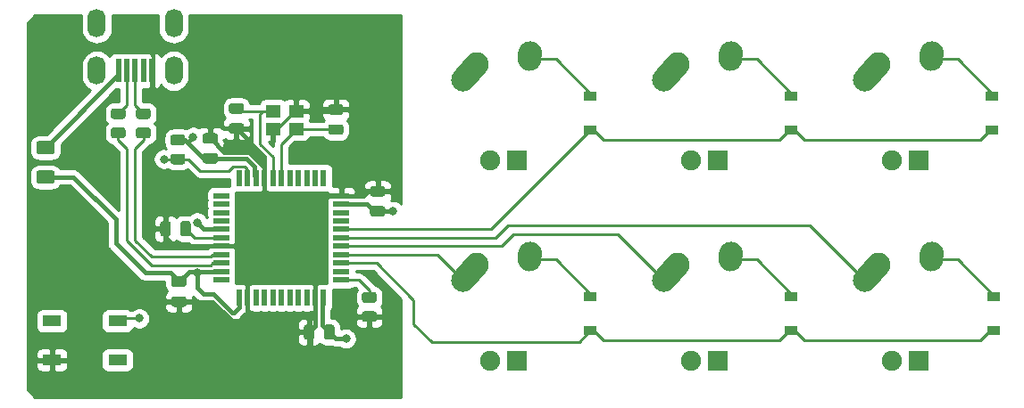
<source format=gbl>
G04 #@! TF.GenerationSoftware,KiCad,Pcbnew,(5.1.9)-1*
G04 #@! TF.CreationDate,2021-02-11T09:20:13-08:00*
G04 #@! TF.ProjectId,TestOne,54657374-4f6e-4652-9e6b-696361645f70,rev?*
G04 #@! TF.SameCoordinates,Original*
G04 #@! TF.FileFunction,Copper,L2,Bot*
G04 #@! TF.FilePolarity,Positive*
%FSLAX46Y46*%
G04 Gerber Fmt 4.6, Leading zero omitted, Abs format (unit mm)*
G04 Created by KiCad (PCBNEW (5.1.9)-1) date 2021-02-11 09:20:13*
%MOMM*%
%LPD*%
G01*
G04 APERTURE LIST*
G04 #@! TA.AperFunction,SMDPad,CuDef*
%ADD10R,1.400000X1.200000*%
G04 #@! TD*
G04 #@! TA.AperFunction,ComponentPad*
%ADD11O,1.700000X2.700000*%
G04 #@! TD*
G04 #@! TA.AperFunction,SMDPad,CuDef*
%ADD12R,0.500000X2.250000*%
G04 #@! TD*
G04 #@! TA.AperFunction,SMDPad,CuDef*
%ADD13R,0.550000X1.500000*%
G04 #@! TD*
G04 #@! TA.AperFunction,SMDPad,CuDef*
%ADD14R,1.500000X0.550000*%
G04 #@! TD*
G04 #@! TA.AperFunction,SMDPad,CuDef*
%ADD15R,1.800000X1.100000*%
G04 #@! TD*
G04 #@! TA.AperFunction,ComponentPad*
%ADD16R,1.905000X1.905000*%
G04 #@! TD*
G04 #@! TA.AperFunction,ComponentPad*
%ADD17C,1.905000*%
G04 #@! TD*
G04 #@! TA.AperFunction,ComponentPad*
%ADD18C,2.250000*%
G04 #@! TD*
G04 #@! TA.AperFunction,SMDPad,CuDef*
%ADD19R,1.200000X0.900000*%
G04 #@! TD*
G04 #@! TA.AperFunction,ViaPad*
%ADD20C,0.800000*%
G04 #@! TD*
G04 #@! TA.AperFunction,Conductor*
%ADD21C,0.381000*%
G04 #@! TD*
G04 #@! TA.AperFunction,Conductor*
%ADD22C,0.254000*%
G04 #@! TD*
G04 #@! TA.AperFunction,Conductor*
%ADD23C,0.100000*%
G04 #@! TD*
G04 APERTURE END LIST*
D10*
G04 #@! TO.P,Y1,4*
G04 #@! TO.N,GND*
X167698600Y-36945200D03*
G04 #@! TO.P,Y1,3*
G04 #@! TO.N,Net-(C5-Pad1)*
X165498600Y-36945200D03*
G04 #@! TO.P,Y1,2*
G04 #@! TO.N,GND*
X165498600Y-38645200D03*
G04 #@! TO.P,Y1,1*
G04 #@! TO.N,Net-(C4-Pad1)*
X167698600Y-38645200D03*
G04 #@! TD*
D11*
G04 #@! TO.P,USB1,6*
G04 #@! TO.N,Net-(USB1-Pad6)*
X148775400Y-28600400D03*
X156075400Y-28600400D03*
X156075400Y-33100400D03*
X148775400Y-33100400D03*
D12*
G04 #@! TO.P,USB1,5*
G04 #@! TO.N,VCC*
X150825400Y-33100400D03*
G04 #@! TO.P,USB1,4*
G04 #@! TO.N,D-*
X151625400Y-33100400D03*
G04 #@! TO.P,USB1,3*
G04 #@! TO.N,D+*
X152425400Y-33100400D03*
G04 #@! TO.P,USB1,2*
G04 #@! TO.N,Net-(USB1-Pad2)*
X153225400Y-33100400D03*
G04 #@! TO.P,USB1,1*
G04 #@! TO.N,GND*
X154025400Y-33100400D03*
G04 #@! TD*
D13*
G04 #@! TO.P,U1,44*
G04 #@! TO.N,+5V*
X162287450Y-54677550D03*
G04 #@! TO.P,U1,43*
G04 #@! TO.N,GND*
X163087450Y-54677550D03*
G04 #@! TO.P,U1,42*
G04 #@! TO.N,Net-(U1-Pad42)*
X163887450Y-54677550D03*
G04 #@! TO.P,U1,41*
G04 #@! TO.N,Net-(U1-Pad41)*
X164687450Y-54677550D03*
G04 #@! TO.P,U1,40*
G04 #@! TO.N,Net-(U1-Pad40)*
X165487450Y-54677550D03*
G04 #@! TO.P,U1,39*
G04 #@! TO.N,Net-(U1-Pad39)*
X166287450Y-54677550D03*
G04 #@! TO.P,U1,38*
G04 #@! TO.N,Net-(U1-Pad38)*
X167087450Y-54677550D03*
G04 #@! TO.P,U1,37*
G04 #@! TO.N,Net-(U1-Pad37)*
X167887450Y-54677550D03*
G04 #@! TO.P,U1,36*
G04 #@! TO.N,Net-(U1-Pad36)*
X168687450Y-54677550D03*
G04 #@! TO.P,U1,35*
G04 #@! TO.N,GND*
X169487450Y-54677550D03*
G04 #@! TO.P,U1,34*
G04 #@! TO.N,+5V*
X170287450Y-54677550D03*
D14*
G04 #@! TO.P,U1,33*
G04 #@! TO.N,Net-(R4-Pad2)*
X171987450Y-52977550D03*
G04 #@! TO.P,U1,32*
G04 #@! TO.N,Net-(U1-Pad32)*
X171987450Y-52177550D03*
G04 #@! TO.P,U1,31*
G04 #@! TO.N,ROW1*
X171987450Y-51377550D03*
G04 #@! TO.P,U1,30*
G04 #@! TO.N,COL0*
X171987450Y-50577550D03*
G04 #@! TO.P,U1,29*
G04 #@! TO.N,COL1*
X171987450Y-49777550D03*
G04 #@! TO.P,U1,28*
G04 #@! TO.N,COL2*
X171987450Y-48977550D03*
G04 #@! TO.P,U1,27*
G04 #@! TO.N,ROW0*
X171987450Y-48177550D03*
G04 #@! TO.P,U1,26*
G04 #@! TO.N,Net-(U1-Pad26)*
X171987450Y-47377550D03*
G04 #@! TO.P,U1,25*
G04 #@! TO.N,Net-(U1-Pad25)*
X171987450Y-46577550D03*
G04 #@! TO.P,U1,24*
G04 #@! TO.N,+5V*
X171987450Y-45777550D03*
G04 #@! TO.P,U1,23*
G04 #@! TO.N,GND*
X171987450Y-44977550D03*
D13*
G04 #@! TO.P,U1,22*
G04 #@! TO.N,Net-(U1-Pad22)*
X170287450Y-43277550D03*
G04 #@! TO.P,U1,21*
G04 #@! TO.N,Net-(U1-Pad21)*
X169487450Y-43277550D03*
G04 #@! TO.P,U1,20*
G04 #@! TO.N,Net-(U1-Pad20)*
X168687450Y-43277550D03*
G04 #@! TO.P,U1,19*
G04 #@! TO.N,Net-(U1-Pad19)*
X167887450Y-43277550D03*
G04 #@! TO.P,U1,18*
G04 #@! TO.N,Net-(U1-Pad18)*
X167087450Y-43277550D03*
G04 #@! TO.P,U1,17*
G04 #@! TO.N,Net-(C4-Pad1)*
X166287450Y-43277550D03*
G04 #@! TO.P,U1,16*
G04 #@! TO.N,Net-(C5-Pad1)*
X165487450Y-43277550D03*
G04 #@! TO.P,U1,15*
G04 #@! TO.N,GND*
X164687450Y-43277550D03*
G04 #@! TO.P,U1,14*
G04 #@! TO.N,+5V*
X163887450Y-43277550D03*
G04 #@! TO.P,U1,13*
G04 #@! TO.N,Net-(R3-Pad2)*
X163087450Y-43277550D03*
G04 #@! TO.P,U1,12*
G04 #@! TO.N,Net-(U1-Pad12)*
X162287450Y-43277550D03*
D14*
G04 #@! TO.P,U1,11*
G04 #@! TO.N,Net-(U1-Pad11)*
X160587450Y-44977550D03*
G04 #@! TO.P,U1,10*
G04 #@! TO.N,Net-(U1-Pad10)*
X160587450Y-45777550D03*
G04 #@! TO.P,U1,9*
G04 #@! TO.N,Net-(U1-Pad9)*
X160587450Y-46577550D03*
G04 #@! TO.P,U1,8*
G04 #@! TO.N,Net-(U1-Pad8)*
X160587450Y-47377550D03*
G04 #@! TO.P,U1,7*
G04 #@! TO.N,+5V*
X160587450Y-48177550D03*
G04 #@! TO.P,U1,6*
G04 #@! TO.N,Net-(C7-Pad1)*
X160587450Y-48977550D03*
G04 #@! TO.P,U1,5*
G04 #@! TO.N,GND*
X160587450Y-49777550D03*
G04 #@! TO.P,U1,4*
G04 #@! TO.N,Net-(R2-Pad1)*
X160587450Y-50577550D03*
G04 #@! TO.P,U1,3*
G04 #@! TO.N,Net-(R1-Pad2)*
X160587450Y-51377550D03*
G04 #@! TO.P,U1,2*
G04 #@! TO.N,+5V*
X160587450Y-52177550D03*
G04 #@! TO.P,U1,1*
G04 #@! TO.N,Net-(U1-Pad1)*
X160587450Y-52977550D03*
G04 #@! TD*
D15*
G04 #@! TO.P,SW1,4*
G04 #@! TO.N,N/C*
X150737500Y-60587500D03*
G04 #@! TO.P,SW1,3*
X144537500Y-56887500D03*
G04 #@! TO.P,SW1,2*
G04 #@! TO.N,Net-(R3-Pad2)*
X150737500Y-56887500D03*
G04 #@! TO.P,SW1,1*
G04 #@! TO.N,GND*
X144537500Y-60587500D03*
G04 #@! TD*
G04 #@! TO.P,R4,2*
G04 #@! TO.N,Net-(R4-Pad2)*
G04 #@! TA.AperFunction,SMDPad,CuDef*
G36*
G01*
X175075001Y-55162500D02*
X174174999Y-55162500D01*
G75*
G02*
X173925000Y-54912501I0J249999D01*
G01*
X173925000Y-54387499D01*
G75*
G02*
X174174999Y-54137500I249999J0D01*
G01*
X175075001Y-54137500D01*
G75*
G02*
X175325000Y-54387499I0J-249999D01*
G01*
X175325000Y-54912501D01*
G75*
G02*
X175075001Y-55162500I-249999J0D01*
G01*
G37*
G04 #@! TD.AperFunction*
G04 #@! TO.P,R4,1*
G04 #@! TO.N,GND*
G04 #@! TA.AperFunction,SMDPad,CuDef*
G36*
G01*
X175075001Y-56987500D02*
X174174999Y-56987500D01*
G75*
G02*
X173925000Y-56737501I0J249999D01*
G01*
X173925000Y-56212499D01*
G75*
G02*
X174174999Y-55962500I249999J0D01*
G01*
X175075001Y-55962500D01*
G75*
G02*
X175325000Y-56212499I0J-249999D01*
G01*
X175325000Y-56737501D01*
G75*
G02*
X175075001Y-56987500I-249999J0D01*
G01*
G37*
G04 #@! TD.AperFunction*
G04 #@! TD*
G04 #@! TO.P,R3,2*
G04 #@! TO.N,Net-(R3-Pad2)*
G04 #@! TA.AperFunction,SMDPad,CuDef*
G36*
G01*
X156013999Y-40989200D02*
X156914001Y-40989200D01*
G75*
G02*
X157164000Y-41239199I0J-249999D01*
G01*
X157164000Y-41764201D01*
G75*
G02*
X156914001Y-42014200I-249999J0D01*
G01*
X156013999Y-42014200D01*
G75*
G02*
X155764000Y-41764201I0J249999D01*
G01*
X155764000Y-41239199D01*
G75*
G02*
X156013999Y-40989200I249999J0D01*
G01*
G37*
G04 #@! TD.AperFunction*
G04 #@! TO.P,R3,1*
G04 #@! TO.N,+5V*
G04 #@! TA.AperFunction,SMDPad,CuDef*
G36*
G01*
X156013999Y-39164200D02*
X156914001Y-39164200D01*
G75*
G02*
X157164000Y-39414199I0J-249999D01*
G01*
X157164000Y-39939201D01*
G75*
G02*
X156914001Y-40189200I-249999J0D01*
G01*
X156013999Y-40189200D01*
G75*
G02*
X155764000Y-39939201I0J249999D01*
G01*
X155764000Y-39414199D01*
G75*
G02*
X156013999Y-39164200I249999J0D01*
G01*
G37*
G04 #@! TD.AperFunction*
G04 #@! TD*
G04 #@! TO.P,R2,2*
G04 #@! TO.N,D+*
G04 #@! TA.AperFunction,SMDPad,CuDef*
G36*
G01*
X153643751Y-37700000D02*
X152743749Y-37700000D01*
G75*
G02*
X152493750Y-37450001I0J249999D01*
G01*
X152493750Y-36924999D01*
G75*
G02*
X152743749Y-36675000I249999J0D01*
G01*
X153643751Y-36675000D01*
G75*
G02*
X153893750Y-36924999I0J-249999D01*
G01*
X153893750Y-37450001D01*
G75*
G02*
X153643751Y-37700000I-249999J0D01*
G01*
G37*
G04 #@! TD.AperFunction*
G04 #@! TO.P,R2,1*
G04 #@! TO.N,Net-(R2-Pad1)*
G04 #@! TA.AperFunction,SMDPad,CuDef*
G36*
G01*
X153643751Y-39525000D02*
X152743749Y-39525000D01*
G75*
G02*
X152493750Y-39275001I0J249999D01*
G01*
X152493750Y-38749999D01*
G75*
G02*
X152743749Y-38500000I249999J0D01*
G01*
X153643751Y-38500000D01*
G75*
G02*
X153893750Y-38749999I0J-249999D01*
G01*
X153893750Y-39275001D01*
G75*
G02*
X153643751Y-39525000I-249999J0D01*
G01*
G37*
G04 #@! TD.AperFunction*
G04 #@! TD*
G04 #@! TO.P,R1,2*
G04 #@! TO.N,Net-(R1-Pad2)*
G04 #@! TA.AperFunction,SMDPad,CuDef*
G36*
G01*
X150362499Y-38500000D02*
X151262501Y-38500000D01*
G75*
G02*
X151512500Y-38749999I0J-249999D01*
G01*
X151512500Y-39275001D01*
G75*
G02*
X151262501Y-39525000I-249999J0D01*
G01*
X150362499Y-39525000D01*
G75*
G02*
X150112500Y-39275001I0J249999D01*
G01*
X150112500Y-38749999D01*
G75*
G02*
X150362499Y-38500000I249999J0D01*
G01*
G37*
G04 #@! TD.AperFunction*
G04 #@! TO.P,R1,1*
G04 #@! TO.N,D-*
G04 #@! TA.AperFunction,SMDPad,CuDef*
G36*
G01*
X150362499Y-36675000D02*
X151262501Y-36675000D01*
G75*
G02*
X151512500Y-36924999I0J-249999D01*
G01*
X151512500Y-37450001D01*
G75*
G02*
X151262501Y-37700000I-249999J0D01*
G01*
X150362499Y-37700000D01*
G75*
G02*
X150112500Y-37450001I0J249999D01*
G01*
X150112500Y-36924999D01*
G75*
G02*
X150362499Y-36675000I249999J0D01*
G01*
G37*
G04 #@! TD.AperFunction*
G04 #@! TD*
D16*
G04 #@! TO.P,MX6,4*
G04 #@! TO.N,N/C*
X226695000Y-60629800D03*
D17*
G04 #@! TO.P,MX6,3*
X224155000Y-60629800D03*
D18*
G04 #@! TO.P,MX6,1*
G04 #@! TO.N,COL2*
X222925000Y-51549800D03*
G04 #@! TA.AperFunction,ComponentPad*
G36*
G01*
X220863688Y-53847150D02*
X220863683Y-53847145D01*
G75*
G02*
X220777655Y-52258483I751317J837345D01*
G01*
X222087657Y-50798483D01*
G75*
G02*
X223676319Y-50712455I837345J-751317D01*
G01*
X223676319Y-50712455D01*
G75*
G02*
X223762347Y-52301117I-751317J-837345D01*
G01*
X222452345Y-53761117D01*
G75*
G02*
X220863683Y-53847145I-837345J751317D01*
G01*
G37*
G04 #@! TD.AperFunction*
G04 #@! TO.P,MX6,2*
G04 #@! TO.N,Net-(D6-Pad2)*
X227965000Y-50469800D03*
G04 #@! TA.AperFunction,ComponentPad*
G36*
G01*
X227848483Y-52172195D02*
X227847597Y-52172134D01*
G75*
G02*
X226802666Y-50972397I77403J1122334D01*
G01*
X226842666Y-50392397D01*
G75*
G02*
X228042403Y-49347466I1122334J-77403D01*
G01*
X228042403Y-49347466D01*
G75*
G02*
X229087334Y-50547203I-77403J-1122334D01*
G01*
X229047334Y-51127203D01*
G75*
G02*
X227847597Y-52172134I-1122334J77403D01*
G01*
G37*
G04 #@! TD.AperFunction*
G04 #@! TD*
D16*
G04 #@! TO.P,MX5,4*
G04 #@! TO.N,N/C*
X226695000Y-41579800D03*
D17*
G04 #@! TO.P,MX5,3*
X224155000Y-41579800D03*
D18*
G04 #@! TO.P,MX5,1*
G04 #@! TO.N,COL2*
X222925000Y-32499800D03*
G04 #@! TA.AperFunction,ComponentPad*
G36*
G01*
X220863688Y-34797150D02*
X220863683Y-34797145D01*
G75*
G02*
X220777655Y-33208483I751317J837345D01*
G01*
X222087657Y-31748483D01*
G75*
G02*
X223676319Y-31662455I837345J-751317D01*
G01*
X223676319Y-31662455D01*
G75*
G02*
X223762347Y-33251117I-751317J-837345D01*
G01*
X222452345Y-34711117D01*
G75*
G02*
X220863683Y-34797145I-837345J751317D01*
G01*
G37*
G04 #@! TD.AperFunction*
G04 #@! TO.P,MX5,2*
G04 #@! TO.N,Net-(D5-Pad2)*
X227965000Y-31419800D03*
G04 #@! TA.AperFunction,ComponentPad*
G36*
G01*
X227848483Y-33122195D02*
X227847597Y-33122134D01*
G75*
G02*
X226802666Y-31922397I77403J1122334D01*
G01*
X226842666Y-31342397D01*
G75*
G02*
X228042403Y-30297466I1122334J-77403D01*
G01*
X228042403Y-30297466D01*
G75*
G02*
X229087334Y-31497203I-77403J-1122334D01*
G01*
X229047334Y-32077203D01*
G75*
G02*
X227847597Y-33122134I-1122334J77403D01*
G01*
G37*
G04 #@! TD.AperFunction*
G04 #@! TD*
D16*
G04 #@! TO.P,MX4,4*
G04 #@! TO.N,N/C*
X207645000Y-60629800D03*
D17*
G04 #@! TO.P,MX4,3*
X205105000Y-60629800D03*
D18*
G04 #@! TO.P,MX4,1*
G04 #@! TO.N,COL1*
X203875000Y-51549800D03*
G04 #@! TA.AperFunction,ComponentPad*
G36*
G01*
X201813688Y-53847150D02*
X201813683Y-53847145D01*
G75*
G02*
X201727655Y-52258483I751317J837345D01*
G01*
X203037657Y-50798483D01*
G75*
G02*
X204626319Y-50712455I837345J-751317D01*
G01*
X204626319Y-50712455D01*
G75*
G02*
X204712347Y-52301117I-751317J-837345D01*
G01*
X203402345Y-53761117D01*
G75*
G02*
X201813683Y-53847145I-837345J751317D01*
G01*
G37*
G04 #@! TD.AperFunction*
G04 #@! TO.P,MX4,2*
G04 #@! TO.N,Net-(D4-Pad2)*
X208915000Y-50469800D03*
G04 #@! TA.AperFunction,ComponentPad*
G36*
G01*
X208798483Y-52172195D02*
X208797597Y-52172134D01*
G75*
G02*
X207752666Y-50972397I77403J1122334D01*
G01*
X207792666Y-50392397D01*
G75*
G02*
X208992403Y-49347466I1122334J-77403D01*
G01*
X208992403Y-49347466D01*
G75*
G02*
X210037334Y-50547203I-77403J-1122334D01*
G01*
X209997334Y-51127203D01*
G75*
G02*
X208797597Y-52172134I-1122334J77403D01*
G01*
G37*
G04 #@! TD.AperFunction*
G04 #@! TD*
D16*
G04 #@! TO.P,MX3,4*
G04 #@! TO.N,N/C*
X207645000Y-41579800D03*
D17*
G04 #@! TO.P,MX3,3*
X205105000Y-41579800D03*
D18*
G04 #@! TO.P,MX3,1*
G04 #@! TO.N,COL1*
X203875000Y-32499800D03*
G04 #@! TA.AperFunction,ComponentPad*
G36*
G01*
X201813688Y-34797150D02*
X201813683Y-34797145D01*
G75*
G02*
X201727655Y-33208483I751317J837345D01*
G01*
X203037657Y-31748483D01*
G75*
G02*
X204626319Y-31662455I837345J-751317D01*
G01*
X204626319Y-31662455D01*
G75*
G02*
X204712347Y-33251117I-751317J-837345D01*
G01*
X203402345Y-34711117D01*
G75*
G02*
X201813683Y-34797145I-837345J751317D01*
G01*
G37*
G04 #@! TD.AperFunction*
G04 #@! TO.P,MX3,2*
G04 #@! TO.N,Net-(D3-Pad2)*
X208915000Y-31419800D03*
G04 #@! TA.AperFunction,ComponentPad*
G36*
G01*
X208798483Y-33122195D02*
X208797597Y-33122134D01*
G75*
G02*
X207752666Y-31922397I77403J1122334D01*
G01*
X207792666Y-31342397D01*
G75*
G02*
X208992403Y-30297466I1122334J-77403D01*
G01*
X208992403Y-30297466D01*
G75*
G02*
X210037334Y-31497203I-77403J-1122334D01*
G01*
X209997334Y-32077203D01*
G75*
G02*
X208797597Y-33122134I-1122334J77403D01*
G01*
G37*
G04 #@! TD.AperFunction*
G04 #@! TD*
D16*
G04 #@! TO.P,MX2,4*
G04 #@! TO.N,N/C*
X188595000Y-60629800D03*
D17*
G04 #@! TO.P,MX2,3*
X186055000Y-60629800D03*
D18*
G04 #@! TO.P,MX2,1*
G04 #@! TO.N,COL0*
X184825000Y-51549800D03*
G04 #@! TA.AperFunction,ComponentPad*
G36*
G01*
X182763688Y-53847150D02*
X182763683Y-53847145D01*
G75*
G02*
X182677655Y-52258483I751317J837345D01*
G01*
X183987657Y-50798483D01*
G75*
G02*
X185576319Y-50712455I837345J-751317D01*
G01*
X185576319Y-50712455D01*
G75*
G02*
X185662347Y-52301117I-751317J-837345D01*
G01*
X184352345Y-53761117D01*
G75*
G02*
X182763683Y-53847145I-837345J751317D01*
G01*
G37*
G04 #@! TD.AperFunction*
G04 #@! TO.P,MX2,2*
G04 #@! TO.N,Net-(D2-Pad2)*
X189865000Y-50469800D03*
G04 #@! TA.AperFunction,ComponentPad*
G36*
G01*
X189748483Y-52172195D02*
X189747597Y-52172134D01*
G75*
G02*
X188702666Y-50972397I77403J1122334D01*
G01*
X188742666Y-50392397D01*
G75*
G02*
X189942403Y-49347466I1122334J-77403D01*
G01*
X189942403Y-49347466D01*
G75*
G02*
X190987334Y-50547203I-77403J-1122334D01*
G01*
X190947334Y-51127203D01*
G75*
G02*
X189747597Y-52172134I-1122334J77403D01*
G01*
G37*
G04 #@! TD.AperFunction*
G04 #@! TD*
D16*
G04 #@! TO.P,MX1,4*
G04 #@! TO.N,N/C*
X188595000Y-41579800D03*
D17*
G04 #@! TO.P,MX1,3*
X186055000Y-41579800D03*
D18*
G04 #@! TO.P,MX1,1*
G04 #@! TO.N,COL0*
X184825000Y-32499800D03*
G04 #@! TA.AperFunction,ComponentPad*
G36*
G01*
X182763688Y-34797150D02*
X182763683Y-34797145D01*
G75*
G02*
X182677655Y-33208483I751317J837345D01*
G01*
X183987657Y-31748483D01*
G75*
G02*
X185576319Y-31662455I837345J-751317D01*
G01*
X185576319Y-31662455D01*
G75*
G02*
X185662347Y-33251117I-751317J-837345D01*
G01*
X184352345Y-34711117D01*
G75*
G02*
X182763683Y-34797145I-837345J751317D01*
G01*
G37*
G04 #@! TD.AperFunction*
G04 #@! TO.P,MX1,2*
G04 #@! TO.N,Net-(D1-Pad2)*
X189865000Y-31419800D03*
G04 #@! TA.AperFunction,ComponentPad*
G36*
G01*
X189748483Y-33122195D02*
X189747597Y-33122134D01*
G75*
G02*
X188702666Y-31922397I77403J1122334D01*
G01*
X188742666Y-31342397D01*
G75*
G02*
X189942403Y-30297466I1122334J-77403D01*
G01*
X189942403Y-30297466D01*
G75*
G02*
X190987334Y-31497203I-77403J-1122334D01*
G01*
X190947334Y-32077203D01*
G75*
G02*
X189747597Y-33122134I-1122334J77403D01*
G01*
G37*
G04 #@! TD.AperFunction*
G04 #@! TD*
G04 #@! TO.P,F1,2*
G04 #@! TO.N,VCC*
G04 #@! TA.AperFunction,SMDPad,CuDef*
G36*
G01*
X144541400Y-41033400D02*
X143291400Y-41033400D01*
G75*
G02*
X143041400Y-40783400I0J250000D01*
G01*
X143041400Y-40033400D01*
G75*
G02*
X143291400Y-39783400I250000J0D01*
G01*
X144541400Y-39783400D01*
G75*
G02*
X144791400Y-40033400I0J-250000D01*
G01*
X144791400Y-40783400D01*
G75*
G02*
X144541400Y-41033400I-250000J0D01*
G01*
G37*
G04 #@! TD.AperFunction*
G04 #@! TO.P,F1,1*
G04 #@! TO.N,+5V*
G04 #@! TA.AperFunction,SMDPad,CuDef*
G36*
G01*
X144541400Y-43833400D02*
X143291400Y-43833400D01*
G75*
G02*
X143041400Y-43583400I0J250000D01*
G01*
X143041400Y-42833400D01*
G75*
G02*
X143291400Y-42583400I250000J0D01*
G01*
X144541400Y-42583400D01*
G75*
G02*
X144791400Y-42833400I0J-250000D01*
G01*
X144791400Y-43583400D01*
G75*
G02*
X144541400Y-43833400I-250000J0D01*
G01*
G37*
G04 #@! TD.AperFunction*
G04 #@! TD*
D19*
G04 #@! TO.P,D6,2*
G04 #@! TO.N,Net-(D6-Pad2)*
X233838750Y-54534800D03*
G04 #@! TO.P,D6,1*
G04 #@! TO.N,ROW1*
X233838750Y-57834800D03*
G04 #@! TD*
G04 #@! TO.P,D5,2*
G04 #@! TO.N,Net-(D5-Pad2)*
X233680000Y-35484800D03*
G04 #@! TO.P,D5,1*
G04 #@! TO.N,ROW0*
X233680000Y-38784800D03*
G04 #@! TD*
G04 #@! TO.P,D4,2*
G04 #@! TO.N,Net-(D4-Pad2)*
X214630000Y-54534800D03*
G04 #@! TO.P,D4,1*
G04 #@! TO.N,ROW1*
X214630000Y-57834800D03*
G04 #@! TD*
G04 #@! TO.P,D3,2*
G04 #@! TO.N,Net-(D3-Pad2)*
X214630000Y-35484800D03*
G04 #@! TO.P,D3,1*
G04 #@! TO.N,ROW0*
X214630000Y-38784800D03*
G04 #@! TD*
G04 #@! TO.P,D2,2*
G04 #@! TO.N,Net-(D2-Pad2)*
X195580000Y-54534800D03*
G04 #@! TO.P,D2,1*
G04 #@! TO.N,ROW1*
X195580000Y-57834800D03*
G04 #@! TD*
G04 #@! TO.P,D1,2*
G04 #@! TO.N,Net-(D1-Pad2)*
X195580000Y-35484800D03*
G04 #@! TO.P,D1,1*
G04 #@! TO.N,ROW0*
X195580000Y-38784800D03*
G04 #@! TD*
G04 #@! TO.P,C7,2*
G04 #@! TO.N,GND*
G04 #@! TA.AperFunction,SMDPad,CuDef*
G36*
G01*
X155798100Y-47645300D02*
X155798100Y-48595300D01*
G75*
G02*
X155548100Y-48845300I-250000J0D01*
G01*
X155048100Y-48845300D01*
G75*
G02*
X154798100Y-48595300I0J250000D01*
G01*
X154798100Y-47645300D01*
G75*
G02*
X155048100Y-47395300I250000J0D01*
G01*
X155548100Y-47395300D01*
G75*
G02*
X155798100Y-47645300I0J-250000D01*
G01*
G37*
G04 #@! TD.AperFunction*
G04 #@! TO.P,C7,1*
G04 #@! TO.N,Net-(C7-Pad1)*
G04 #@! TA.AperFunction,SMDPad,CuDef*
G36*
G01*
X157698100Y-47645300D02*
X157698100Y-48595300D01*
G75*
G02*
X157448100Y-48845300I-250000J0D01*
G01*
X156948100Y-48845300D01*
G75*
G02*
X156698100Y-48595300I0J250000D01*
G01*
X156698100Y-47645300D01*
G75*
G02*
X156948100Y-47395300I250000J0D01*
G01*
X157448100Y-47395300D01*
G75*
G02*
X157698100Y-47645300I0J-250000D01*
G01*
G37*
G04 #@! TD.AperFunction*
G04 #@! TD*
G04 #@! TO.P,C6,2*
G04 #@! TO.N,GND*
G04 #@! TA.AperFunction,SMDPad,CuDef*
G36*
G01*
X156090600Y-54552000D02*
X157040600Y-54552000D01*
G75*
G02*
X157290600Y-54802000I0J-250000D01*
G01*
X157290600Y-55302000D01*
G75*
G02*
X157040600Y-55552000I-250000J0D01*
G01*
X156090600Y-55552000D01*
G75*
G02*
X155840600Y-55302000I0J250000D01*
G01*
X155840600Y-54802000D01*
G75*
G02*
X156090600Y-54552000I250000J0D01*
G01*
G37*
G04 #@! TD.AperFunction*
G04 #@! TO.P,C6,1*
G04 #@! TO.N,+5V*
G04 #@! TA.AperFunction,SMDPad,CuDef*
G36*
G01*
X156090600Y-52652000D02*
X157040600Y-52652000D01*
G75*
G02*
X157290600Y-52902000I0J-250000D01*
G01*
X157290600Y-53402000D01*
G75*
G02*
X157040600Y-53652000I-250000J0D01*
G01*
X156090600Y-53652000D01*
G75*
G02*
X155840600Y-53402000I0J250000D01*
G01*
X155840600Y-52902000D01*
G75*
G02*
X156090600Y-52652000I250000J0D01*
G01*
G37*
G04 #@! TD.AperFunction*
G04 #@! TD*
G04 #@! TO.P,C5,2*
G04 #@! TO.N,GND*
G04 #@! TA.AperFunction,SMDPad,CuDef*
G36*
G01*
X161551600Y-38092800D02*
X162501600Y-38092800D01*
G75*
G02*
X162751600Y-38342800I0J-250000D01*
G01*
X162751600Y-38842800D01*
G75*
G02*
X162501600Y-39092800I-250000J0D01*
G01*
X161551600Y-39092800D01*
G75*
G02*
X161301600Y-38842800I0J250000D01*
G01*
X161301600Y-38342800D01*
G75*
G02*
X161551600Y-38092800I250000J0D01*
G01*
G37*
G04 #@! TD.AperFunction*
G04 #@! TO.P,C5,1*
G04 #@! TO.N,Net-(C5-Pad1)*
G04 #@! TA.AperFunction,SMDPad,CuDef*
G36*
G01*
X161551600Y-36192800D02*
X162501600Y-36192800D01*
G75*
G02*
X162751600Y-36442800I0J-250000D01*
G01*
X162751600Y-36942800D01*
G75*
G02*
X162501600Y-37192800I-250000J0D01*
G01*
X161551600Y-37192800D01*
G75*
G02*
X161301600Y-36942800I0J250000D01*
G01*
X161301600Y-36442800D01*
G75*
G02*
X161551600Y-36192800I250000J0D01*
G01*
G37*
G04 #@! TD.AperFunction*
G04 #@! TD*
G04 #@! TO.P,C4,2*
G04 #@! TO.N,GND*
G04 #@! TA.AperFunction,SMDPad,CuDef*
G36*
G01*
X171925000Y-37294400D02*
X170975000Y-37294400D01*
G75*
G02*
X170725000Y-37044400I0J250000D01*
G01*
X170725000Y-36544400D01*
G75*
G02*
X170975000Y-36294400I250000J0D01*
G01*
X171925000Y-36294400D01*
G75*
G02*
X172175000Y-36544400I0J-250000D01*
G01*
X172175000Y-37044400D01*
G75*
G02*
X171925000Y-37294400I-250000J0D01*
G01*
G37*
G04 #@! TD.AperFunction*
G04 #@! TO.P,C4,1*
G04 #@! TO.N,Net-(C4-Pad1)*
G04 #@! TA.AperFunction,SMDPad,CuDef*
G36*
G01*
X171925000Y-39194400D02*
X170975000Y-39194400D01*
G75*
G02*
X170725000Y-38944400I0J250000D01*
G01*
X170725000Y-38444400D01*
G75*
G02*
X170975000Y-38194400I250000J0D01*
G01*
X171925000Y-38194400D01*
G75*
G02*
X172175000Y-38444400I0J-250000D01*
G01*
X172175000Y-38944400D01*
G75*
G02*
X171925000Y-39194400I-250000J0D01*
G01*
G37*
G04 #@! TD.AperFunction*
G04 #@! TD*
G04 #@! TO.P,C3,2*
G04 #@! TO.N,GND*
G04 #@! TA.AperFunction,SMDPad,CuDef*
G36*
G01*
X175893750Y-45073150D02*
X174943750Y-45073150D01*
G75*
G02*
X174693750Y-44823150I0J250000D01*
G01*
X174693750Y-44323150D01*
G75*
G02*
X174943750Y-44073150I250000J0D01*
G01*
X175893750Y-44073150D01*
G75*
G02*
X176143750Y-44323150I0J-250000D01*
G01*
X176143750Y-44823150D01*
G75*
G02*
X175893750Y-45073150I-250000J0D01*
G01*
G37*
G04 #@! TD.AperFunction*
G04 #@! TO.P,C3,1*
G04 #@! TO.N,+5V*
G04 #@! TA.AperFunction,SMDPad,CuDef*
G36*
G01*
X175893750Y-46973150D02*
X174943750Y-46973150D01*
G75*
G02*
X174693750Y-46723150I0J250000D01*
G01*
X174693750Y-46223150D01*
G75*
G02*
X174943750Y-45973150I250000J0D01*
G01*
X175893750Y-45973150D01*
G75*
G02*
X176143750Y-46223150I0J-250000D01*
G01*
X176143750Y-46723150D01*
G75*
G02*
X175893750Y-46973150I-250000J0D01*
G01*
G37*
G04 #@! TD.AperFunction*
G04 #@! TD*
G04 #@! TO.P,C2,2*
G04 #@! TO.N,GND*
G04 #@! TA.AperFunction,SMDPad,CuDef*
G36*
G01*
X169412500Y-57468750D02*
X169412500Y-58418750D01*
G75*
G02*
X169162500Y-58668750I-250000J0D01*
G01*
X168662500Y-58668750D01*
G75*
G02*
X168412500Y-58418750I0J250000D01*
G01*
X168412500Y-57468750D01*
G75*
G02*
X168662500Y-57218750I250000J0D01*
G01*
X169162500Y-57218750D01*
G75*
G02*
X169412500Y-57468750I0J-250000D01*
G01*
G37*
G04 #@! TD.AperFunction*
G04 #@! TO.P,C2,1*
G04 #@! TO.N,+5V*
G04 #@! TA.AperFunction,SMDPad,CuDef*
G36*
G01*
X171312500Y-57468750D02*
X171312500Y-58418750D01*
G75*
G02*
X171062500Y-58668750I-250000J0D01*
G01*
X170562500Y-58668750D01*
G75*
G02*
X170312500Y-58418750I0J250000D01*
G01*
X170312500Y-57468750D01*
G75*
G02*
X170562500Y-57218750I250000J0D01*
G01*
X171062500Y-57218750D01*
G75*
G02*
X171312500Y-57468750I0J-250000D01*
G01*
G37*
G04 #@! TD.AperFunction*
G04 #@! TD*
G04 #@! TO.P,C1,2*
G04 #@! TO.N,GND*
G04 #@! TA.AperFunction,SMDPad,CuDef*
G36*
G01*
X160018750Y-40031250D02*
X159068750Y-40031250D01*
G75*
G02*
X158818750Y-39781250I0J250000D01*
G01*
X158818750Y-39281250D01*
G75*
G02*
X159068750Y-39031250I250000J0D01*
G01*
X160018750Y-39031250D01*
G75*
G02*
X160268750Y-39281250I0J-250000D01*
G01*
X160268750Y-39781250D01*
G75*
G02*
X160018750Y-40031250I-250000J0D01*
G01*
G37*
G04 #@! TD.AperFunction*
G04 #@! TO.P,C1,1*
G04 #@! TO.N,+5V*
G04 #@! TA.AperFunction,SMDPad,CuDef*
G36*
G01*
X160018750Y-41931250D02*
X159068750Y-41931250D01*
G75*
G02*
X158818750Y-41681250I0J250000D01*
G01*
X158818750Y-41181250D01*
G75*
G02*
X159068750Y-40931250I250000J0D01*
G01*
X160018750Y-40931250D01*
G75*
G02*
X160268750Y-41181250I0J-250000D01*
G01*
X160268750Y-41681250D01*
G75*
G02*
X160018750Y-41931250I-250000J0D01*
G01*
G37*
G04 #@! TD.AperFunction*
G04 #@! TD*
D20*
G04 #@! TO.N,+5V*
X176834800Y-46431200D03*
X172415200Y-58572400D03*
X157924500Y-39395400D03*
X158292800Y-47523400D03*
X158280100Y-52320750D03*
G04 #@! TO.N,Net-(R3-Pad2)*
X155143200Y-41503600D03*
X152806400Y-56642000D03*
G04 #@! TD*
D21*
G04 #@! TO.N,GND*
X159543750Y-39531250D02*
X160862740Y-40850240D01*
X164687450Y-42327976D02*
X164687450Y-43277550D01*
X163209714Y-40850240D02*
X164687450Y-42327976D01*
X160862740Y-40850240D02*
X163209714Y-40850240D01*
X164687450Y-41253650D02*
X164687450Y-43277550D01*
X162026600Y-38592800D02*
X164687450Y-41253650D01*
X167698600Y-35936100D02*
X167698600Y-36945200D01*
X166687500Y-34925000D02*
X167698600Y-35936100D01*
X161131250Y-34925000D02*
X166687500Y-34925000D01*
X160337500Y-35718750D02*
X161131250Y-34925000D01*
X160337500Y-38100000D02*
X160337500Y-35718750D01*
X160830300Y-38592800D02*
X160337500Y-38100000D01*
X162026600Y-38592800D02*
X160830300Y-38592800D01*
X171299200Y-36945200D02*
X171450000Y-36794400D01*
X167698600Y-36945200D02*
X171299200Y-36945200D01*
D22*
X165809998Y-38645200D02*
X165498600Y-38645200D01*
X167509998Y-36945200D02*
X165809998Y-38645200D01*
X167698600Y-36945200D02*
X167509998Y-36945200D01*
D21*
X175418750Y-44573150D02*
X174501850Y-44573150D01*
X174097450Y-44977550D02*
X171987450Y-44977550D01*
X174501850Y-44573150D02*
X174097450Y-44977550D01*
X174625000Y-56475000D02*
X174625000Y-59531250D01*
X174625000Y-59531250D02*
X173831250Y-60325000D01*
X173831250Y-60325000D02*
X169862500Y-60325000D01*
X169862500Y-60325000D02*
X169068750Y-59531250D01*
X169068750Y-59531250D02*
X169068750Y-58737500D01*
X156565600Y-55052000D02*
X143626800Y-55052000D01*
X156565600Y-55052000D02*
X159750800Y-55052000D01*
X159750800Y-55052000D02*
X161594800Y-56896000D01*
X161594800Y-56896000D02*
X162509200Y-56896000D01*
X163087450Y-56317750D02*
X163087450Y-54677550D01*
X162509200Y-56896000D02*
X163087450Y-56317750D01*
X154451150Y-49777550D02*
X153327100Y-48653500D01*
X153327100Y-48653500D02*
X153327100Y-41148000D01*
X153327100Y-41148000D02*
X154762200Y-39712900D01*
X154762200Y-39712900D02*
X154762200Y-35521900D01*
X154000000Y-34759700D02*
X154000000Y-33075000D01*
X154762200Y-35521900D02*
X154000000Y-34759700D01*
X155298100Y-48922900D02*
X156152750Y-49777550D01*
X155298100Y-48120300D02*
X155298100Y-48922900D01*
X156152750Y-49777550D02*
X154451150Y-49777550D01*
X160587450Y-49777550D02*
X156152750Y-49777550D01*
X169487450Y-57368800D02*
X169487450Y-54677550D01*
X168912500Y-57943750D02*
X169487450Y-57368800D01*
X164687450Y-45447150D02*
X164687450Y-43277550D01*
X166001700Y-46761400D02*
X164687450Y-45447150D01*
X167944800Y-46761400D02*
X166001700Y-46761400D01*
X169735500Y-44970700D02*
X167944800Y-46761400D01*
X170849600Y-44970700D02*
X169735500Y-44970700D01*
X170856450Y-44977550D02*
X170849600Y-44970700D01*
X171987450Y-44977550D02*
X170856450Y-44977550D01*
X169487450Y-53066550D02*
X169487450Y-54677550D01*
X167944800Y-51523900D02*
X169487450Y-53066550D01*
X167944800Y-46761400D02*
X167944800Y-51523900D01*
X167944800Y-51523900D02*
X163842700Y-51523900D01*
X163842700Y-51523900D02*
X163842700Y-50673000D01*
X162947250Y-49777550D02*
X160587450Y-49777550D01*
X163842700Y-50673000D02*
X162947250Y-49777550D01*
X163842700Y-51523900D02*
X163842700Y-51689000D01*
X163087450Y-52444250D02*
X163087450Y-54677550D01*
X163842700Y-51689000D02*
X163087450Y-52444250D01*
X144537500Y-60587500D02*
X143137500Y-60587500D01*
X143137500Y-60587500D02*
X142875000Y-60325000D01*
X142875000Y-55803800D02*
X143626800Y-55052000D01*
X142875000Y-60325000D02*
X142875000Y-55803800D01*
G04 #@! TO.N,+5V*
X162969052Y-41431250D02*
X163752951Y-42215149D01*
X159543750Y-41431250D02*
X162969052Y-41431250D01*
X163887450Y-43237450D02*
X163887450Y-43277550D01*
X163752951Y-43102951D02*
X163887450Y-43237450D01*
X163752951Y-42215149D02*
X163752951Y-43102951D01*
X162287450Y-54677550D02*
X162287450Y-55200050D01*
X175418750Y-46473150D02*
X175060650Y-46473150D01*
X174365050Y-45777550D02*
X171987450Y-45777550D01*
X175060650Y-46473150D02*
X174365050Y-45777550D01*
X175418750Y-46473150D02*
X176825950Y-46473150D01*
X156464000Y-39676700D02*
X157126300Y-39676700D01*
X158880850Y-41431250D02*
X159543750Y-41431250D01*
X176825950Y-46440050D02*
X176834800Y-46431200D01*
X176825950Y-46473150D02*
X176825950Y-46440050D01*
X171441150Y-58572400D02*
X170812500Y-57943750D01*
X172415200Y-58572400D02*
X171441150Y-58572400D01*
X157540050Y-52177550D02*
X156565600Y-53152000D01*
X150571200Y-47244000D02*
X146535600Y-43208400D01*
X150571200Y-49530000D02*
X150571200Y-47244000D01*
X146535600Y-43208400D02*
X143916400Y-43208400D01*
X153365200Y-52324000D02*
X150571200Y-49530000D01*
X155737600Y-52324000D02*
X153365200Y-52324000D01*
X156565600Y-53152000D02*
X155737600Y-52324000D01*
X158946950Y-48177550D02*
X158292800Y-47523400D01*
X160587450Y-48177550D02*
X158946950Y-48177550D01*
X162287450Y-54677550D02*
X162287450Y-55581050D01*
X162287450Y-55581050D02*
X161798000Y-56070500D01*
X161590972Y-56070500D02*
X159876472Y-54356000D01*
X161798000Y-56070500D02*
X161590972Y-56070500D01*
X159876472Y-54356000D02*
X158915100Y-54356000D01*
X158280100Y-53721000D02*
X158280100Y-52320750D01*
X158915100Y-54356000D02*
X158280100Y-53721000D01*
X158423300Y-52177550D02*
X158280100Y-52320750D01*
X160587450Y-52177550D02*
X158423300Y-52177550D01*
X158136900Y-52177550D02*
X158280100Y-52320750D01*
X157540050Y-52177550D02*
X158136900Y-52177550D01*
X170812500Y-57943750D02*
X170180000Y-57311250D01*
X170180000Y-54785000D02*
X170287450Y-54677550D01*
X170180000Y-57311250D02*
X170180000Y-54785000D01*
X157480000Y-39839900D02*
X157480000Y-40030400D01*
X157924500Y-39395400D02*
X157480000Y-39839900D01*
X157480000Y-40030400D02*
X158880850Y-41431250D01*
X157126300Y-39676700D02*
X157480000Y-40030400D01*
D22*
G04 #@! TO.N,Net-(C4-Pad1)*
X171400800Y-38645200D02*
X171450000Y-38694400D01*
X167698600Y-38645200D02*
X171400800Y-38645200D01*
X166287450Y-40056350D02*
X166287450Y-43277550D01*
X167698600Y-38645200D02*
X166287450Y-40056350D01*
G04 #@! TO.N,Net-(C5-Pad1)*
X162279000Y-36945200D02*
X162026600Y-36692800D01*
X165498600Y-36945200D02*
X162279000Y-36945200D01*
X164544600Y-36945200D02*
X164261800Y-37228000D01*
X165498600Y-36945200D02*
X164544600Y-36945200D01*
X165487450Y-41321782D02*
X165487450Y-43277550D01*
X164261800Y-40096132D02*
X165487450Y-41321782D01*
X164261800Y-37228000D02*
X164261800Y-40096132D01*
G04 #@! TO.N,Net-(C7-Pad1)*
X158055350Y-48977550D02*
X160587450Y-48977550D01*
X157198100Y-48120300D02*
X158055350Y-48977550D01*
G04 #@! TO.N,Net-(D1-Pad2)*
X195580000Y-35484800D02*
X195580000Y-35242500D01*
X192337300Y-31999800D02*
X189825000Y-31999800D01*
X195580000Y-35242500D02*
X192337300Y-31999800D01*
G04 #@! TO.N,ROW0*
X214997300Y-38784800D02*
X214630000Y-38784800D01*
X215900000Y-39687500D02*
X214997300Y-38784800D01*
X231775000Y-39687500D02*
X215900000Y-39687500D01*
X214630000Y-38784800D02*
X214421450Y-38784800D01*
X214421450Y-38784800D02*
X213518750Y-39687500D01*
X213518750Y-39687500D02*
X196850000Y-39687500D01*
X195947300Y-38784800D02*
X195580000Y-38784800D01*
X196850000Y-39687500D02*
X195947300Y-38784800D01*
X233680000Y-38784800D02*
X233471450Y-38784800D01*
X233471450Y-38784800D02*
X232568750Y-39687500D01*
X232568750Y-39687500D02*
X231775000Y-39687500D01*
X186187250Y-48177550D02*
X195580000Y-38784800D01*
X171987450Y-48177550D02*
X186187250Y-48177550D01*
G04 #@! TO.N,Net-(D2-Pad2)*
X195580000Y-54534800D02*
X195580000Y-54292500D01*
X192337300Y-51049800D02*
X189825000Y-51049800D01*
X195580000Y-54292500D02*
X192337300Y-51049800D01*
G04 #@! TO.N,ROW1*
X214997300Y-57834800D02*
X214630000Y-57834800D01*
X215900000Y-58737500D02*
X214997300Y-57834800D01*
X232568750Y-58737500D02*
X215900000Y-58737500D01*
X233471450Y-57834800D02*
X232568750Y-58737500D01*
X233838750Y-57834800D02*
X233471450Y-57834800D01*
X214630000Y-57834800D02*
X214421450Y-57834800D01*
X214421450Y-57834800D02*
X213518750Y-58737500D01*
X213518750Y-58737500D02*
X196850000Y-58737500D01*
X195947300Y-57834800D02*
X195580000Y-57834800D01*
X196850000Y-58737500D02*
X195947300Y-57834800D01*
X194537600Y-58877200D02*
X195580000Y-57834800D01*
X178841400Y-57175400D02*
X180543200Y-58877200D01*
X178841400Y-54927500D02*
X178841400Y-57175400D01*
X180543200Y-58877200D02*
X194537600Y-58877200D01*
X175291450Y-51377550D02*
X178841400Y-54927500D01*
X171987450Y-51377550D02*
X175291450Y-51377550D01*
G04 #@! TO.N,Net-(D3-Pad2)*
X214630000Y-35484800D02*
X214630000Y-35242500D01*
X211387300Y-31999800D02*
X208875000Y-31999800D01*
X214630000Y-35242500D02*
X211387300Y-31999800D01*
G04 #@! TO.N,Net-(D4-Pad2)*
X214630000Y-54534800D02*
X214630000Y-54292500D01*
X211387300Y-51049800D02*
X208875000Y-51049800D01*
X214630000Y-54292500D02*
X211387300Y-51049800D01*
G04 #@! TO.N,Net-(D5-Pad2)*
X233680000Y-35484800D02*
X233680000Y-35242500D01*
X230437300Y-31999800D02*
X227925000Y-31999800D01*
X233680000Y-35242500D02*
X230437300Y-31999800D01*
G04 #@! TO.N,Net-(D6-Pad2)*
X233838750Y-54534800D02*
X233838750Y-54451250D01*
X230437300Y-51049800D02*
X227925000Y-51049800D01*
X233838750Y-54451250D02*
X230437300Y-51049800D01*
D21*
G04 #@! TO.N,VCC*
X150800000Y-33524800D02*
X143916400Y-40408400D01*
X150800000Y-33075000D02*
X150800000Y-33524800D01*
D22*
G04 #@! TO.N,COL0*
X181082750Y-50577550D02*
X183515000Y-53009800D01*
X171987450Y-50577550D02*
X181082750Y-50577550D01*
G04 #@! TO.N,COL1*
X171987450Y-49777550D02*
X187166350Y-49777550D01*
X187166350Y-49777550D02*
X188328300Y-48615600D01*
X198170800Y-48615600D02*
X202565000Y-53009800D01*
X188328300Y-48615600D02*
X198170800Y-48615600D01*
G04 #@! TO.N,Net-(R1-Pad2)*
X150812500Y-39012500D02*
X150812500Y-38893750D01*
X159543750Y-51593750D02*
X159759950Y-51377550D01*
X159759950Y-51377550D02*
X160587450Y-51377550D01*
X153987500Y-51593750D02*
X159543750Y-51593750D01*
X151606250Y-49212500D02*
X153987500Y-51593750D01*
X151606250Y-40481250D02*
X151606250Y-49212500D01*
X150812500Y-39687500D02*
X151606250Y-40481250D01*
X150812500Y-39012500D02*
X150812500Y-39687500D01*
G04 #@! TO.N,D-*
X151600000Y-36400000D02*
X150812500Y-37187500D01*
X151600000Y-33075000D02*
X151600000Y-36400000D01*
G04 #@! TO.N,D+*
X152400000Y-36393750D02*
X153193750Y-37187500D01*
X152400000Y-33075000D02*
X152400000Y-36393750D01*
G04 #@! TO.N,Net-(R2-Pad1)*
X153193750Y-39012500D02*
X153193750Y-39687500D01*
X153193750Y-39687500D02*
X152400000Y-40481250D01*
X152400000Y-40481250D02*
X152400000Y-49212500D01*
X152400000Y-49212500D02*
X153987500Y-50800000D01*
X153987500Y-50800000D02*
X159543750Y-50800000D01*
X159766200Y-50577550D02*
X160587450Y-50577550D01*
X159543750Y-50800000D02*
X159766200Y-50577550D01*
G04 #@! TO.N,Net-(R3-Pad2)*
X155145100Y-41501700D02*
X155143200Y-41503600D01*
X156464000Y-41501700D02*
X155145100Y-41501700D01*
X150983000Y-56642000D02*
X150737500Y-56887500D01*
X152806400Y-56642000D02*
X150983000Y-56642000D01*
X163087450Y-42463948D02*
X163087450Y-43277550D01*
X161697951Y-42200549D02*
X162824051Y-42200549D01*
X162824051Y-42200549D02*
X163087450Y-42463948D01*
X161277300Y-42621200D02*
X161697951Y-42200549D01*
X158597600Y-42621200D02*
X161277300Y-42621200D01*
X157478100Y-41501700D02*
X158597600Y-42621200D01*
X156464000Y-41501700D02*
X157478100Y-41501700D01*
G04 #@! TO.N,Net-(R4-Pad2)*
X174625000Y-54650000D02*
X174625000Y-53975000D01*
X173627550Y-52977550D02*
X171987450Y-52977550D01*
X174625000Y-53975000D02*
X173627550Y-52977550D01*
G04 #@! TO.N,COL2*
X171987450Y-48977550D02*
X186620150Y-48977550D01*
X186620150Y-48977550D02*
X187807600Y-47790100D01*
X216395300Y-47790100D02*
X221615000Y-53009800D01*
X187807600Y-47790100D02*
X216395300Y-47790100D01*
G04 #@! TD*
G04 #@! TO.N,GND*
X147290400Y-28027450D02*
X147290400Y-29173349D01*
X147311887Y-29391510D01*
X147396801Y-29671433D01*
X147534694Y-29929413D01*
X147720266Y-30155534D01*
X147946386Y-30341106D01*
X148204366Y-30478999D01*
X148484289Y-30563913D01*
X148775400Y-30592585D01*
X149066510Y-30563913D01*
X149346433Y-30478999D01*
X149604413Y-30341106D01*
X149830534Y-30155534D01*
X150016106Y-29929414D01*
X150153999Y-29671434D01*
X150238913Y-29391511D01*
X150260400Y-29173350D01*
X150260400Y-28027450D01*
X150242769Y-27848441D01*
X154608031Y-27848441D01*
X154590400Y-28027450D01*
X154590400Y-29173349D01*
X154611887Y-29391510D01*
X154696801Y-29671433D01*
X154834694Y-29929413D01*
X155020266Y-30155534D01*
X155246386Y-30341106D01*
X155504366Y-30478999D01*
X155784289Y-30563913D01*
X156075400Y-30592585D01*
X156366510Y-30563913D01*
X156646433Y-30478999D01*
X156904413Y-30341106D01*
X157130534Y-30155534D01*
X157316106Y-29929414D01*
X157453999Y-29671434D01*
X157538913Y-29391511D01*
X157560400Y-29173350D01*
X157560400Y-28027450D01*
X157542769Y-27848441D01*
X177653950Y-27848441D01*
X177653950Y-45794194D01*
X177638737Y-45771426D01*
X177494574Y-45627263D01*
X177325056Y-45513995D01*
X177136698Y-45435974D01*
X176936739Y-45396200D01*
X176732861Y-45396200D01*
X176686125Y-45405496D01*
X176733252Y-45317330D01*
X176769562Y-45197632D01*
X176781822Y-45073150D01*
X176778750Y-44858900D01*
X176620000Y-44700150D01*
X175545750Y-44700150D01*
X175545750Y-44720150D01*
X175291750Y-44720150D01*
X175291750Y-44700150D01*
X174217500Y-44700150D01*
X174058750Y-44858900D01*
X174057414Y-44952050D01*
X173372450Y-44952050D01*
X173372450Y-44850548D01*
X173213702Y-44850548D01*
X173372450Y-44691800D01*
X173362627Y-44574919D01*
X173325715Y-44455405D01*
X173266196Y-44345389D01*
X173186358Y-44249099D01*
X173089268Y-44170234D01*
X172978658Y-44111826D01*
X172858779Y-44076120D01*
X172826986Y-44073150D01*
X174055678Y-44073150D01*
X174058750Y-44287400D01*
X174217500Y-44446150D01*
X175291750Y-44446150D01*
X175291750Y-43596900D01*
X175545750Y-43596900D01*
X175545750Y-44446150D01*
X176620000Y-44446150D01*
X176778750Y-44287400D01*
X176781822Y-44073150D01*
X176769562Y-43948668D01*
X176733252Y-43828970D01*
X176674287Y-43718656D01*
X176594935Y-43621965D01*
X176498244Y-43542613D01*
X176387930Y-43483648D01*
X176268232Y-43447338D01*
X176143750Y-43435078D01*
X175704500Y-43438150D01*
X175545750Y-43596900D01*
X175291750Y-43596900D01*
X175133000Y-43438150D01*
X174693750Y-43435078D01*
X174569268Y-43447338D01*
X174449570Y-43483648D01*
X174339256Y-43542613D01*
X174242565Y-43621965D01*
X174163213Y-43718656D01*
X174104248Y-43828970D01*
X174067938Y-43948668D01*
X174055678Y-44073150D01*
X172826986Y-44073150D01*
X172734237Y-44064486D01*
X172273200Y-44067550D01*
X172114450Y-44226300D01*
X172114450Y-44850550D01*
X172134450Y-44850550D01*
X172134450Y-44864478D01*
X171237450Y-44864478D01*
X171112968Y-44876738D01*
X170993270Y-44913048D01*
X170882956Y-44972013D01*
X170786265Y-45051365D01*
X170706913Y-45148056D01*
X170694533Y-45171217D01*
X170602450Y-45263300D01*
X170611996Y-45376887D01*
X170611638Y-45378068D01*
X170599378Y-45502550D01*
X170599378Y-46052550D01*
X170611638Y-46177032D01*
X170611795Y-46177550D01*
X170611638Y-46178068D01*
X170599378Y-46302550D01*
X170599378Y-46852550D01*
X170611638Y-46977032D01*
X170611795Y-46977550D01*
X170611638Y-46978068D01*
X170599378Y-47102550D01*
X170599378Y-47652550D01*
X170611638Y-47777032D01*
X170611795Y-47777550D01*
X170611638Y-47778068D01*
X170599378Y-47902550D01*
X170599378Y-48452550D01*
X170611638Y-48577032D01*
X170611795Y-48577550D01*
X170611638Y-48578068D01*
X170599378Y-48702550D01*
X170599378Y-49252550D01*
X170611638Y-49377032D01*
X170611795Y-49377550D01*
X170611638Y-49378068D01*
X170599378Y-49502550D01*
X170599378Y-50052550D01*
X170611638Y-50177032D01*
X170611795Y-50177550D01*
X170611638Y-50178068D01*
X170599378Y-50302550D01*
X170599378Y-50852550D01*
X170611638Y-50977032D01*
X170611795Y-50977550D01*
X170611638Y-50978068D01*
X170599378Y-51102550D01*
X170599378Y-51652550D01*
X170611638Y-51777032D01*
X170611795Y-51777550D01*
X170611638Y-51778068D01*
X170599378Y-51902550D01*
X170599378Y-52452550D01*
X170611638Y-52577032D01*
X170611795Y-52577550D01*
X170611638Y-52578068D01*
X170599378Y-52702550D01*
X170599378Y-53252550D01*
X170603412Y-53293512D01*
X170562450Y-53289478D01*
X170012450Y-53289478D01*
X169887968Y-53301738D01*
X169886787Y-53302096D01*
X169773200Y-53292550D01*
X169681117Y-53384633D01*
X169657956Y-53397013D01*
X169561265Y-53476365D01*
X169487450Y-53566309D01*
X169413635Y-53476365D01*
X169316944Y-53397013D01*
X169293783Y-53384633D01*
X169201700Y-53292550D01*
X169088113Y-53302096D01*
X169086932Y-53301738D01*
X168962450Y-53289478D01*
X168412450Y-53289478D01*
X168287968Y-53301738D01*
X168287450Y-53301895D01*
X168286932Y-53301738D01*
X168162450Y-53289478D01*
X167612450Y-53289478D01*
X167487968Y-53301738D01*
X167487450Y-53301895D01*
X167486932Y-53301738D01*
X167362450Y-53289478D01*
X166812450Y-53289478D01*
X166687968Y-53301738D01*
X166687450Y-53301895D01*
X166686932Y-53301738D01*
X166562450Y-53289478D01*
X166012450Y-53289478D01*
X165887968Y-53301738D01*
X165887450Y-53301895D01*
X165886932Y-53301738D01*
X165762450Y-53289478D01*
X165212450Y-53289478D01*
X165087968Y-53301738D01*
X165087450Y-53301895D01*
X165086932Y-53301738D01*
X164962450Y-53289478D01*
X164412450Y-53289478D01*
X164287968Y-53301738D01*
X164287450Y-53301895D01*
X164286932Y-53301738D01*
X164162450Y-53289478D01*
X163612450Y-53289478D01*
X163487968Y-53301738D01*
X163486787Y-53302096D01*
X163373200Y-53292550D01*
X163281117Y-53384633D01*
X163257956Y-53397013D01*
X163161265Y-53476365D01*
X163087450Y-53566309D01*
X163013635Y-53476365D01*
X162916944Y-53397013D01*
X162893783Y-53384633D01*
X162801700Y-53292550D01*
X162688113Y-53302096D01*
X162686932Y-53301738D01*
X162562450Y-53289478D01*
X162012450Y-53289478D01*
X161971488Y-53293512D01*
X161975522Y-53252550D01*
X161975522Y-52702550D01*
X161963262Y-52578068D01*
X161963105Y-52577550D01*
X161963262Y-52577032D01*
X161975522Y-52452550D01*
X161975522Y-51902550D01*
X161963262Y-51778068D01*
X161963105Y-51777550D01*
X161963262Y-51777032D01*
X161975522Y-51652550D01*
X161975522Y-51102550D01*
X161963262Y-50978068D01*
X161963105Y-50977550D01*
X161963262Y-50977032D01*
X161975522Y-50852550D01*
X161975522Y-50302550D01*
X161963262Y-50178068D01*
X161962904Y-50176887D01*
X161972450Y-50063300D01*
X161880367Y-49971217D01*
X161867987Y-49948056D01*
X161788635Y-49851365D01*
X161698691Y-49777550D01*
X161788635Y-49703735D01*
X161867987Y-49607044D01*
X161880367Y-49583883D01*
X161972450Y-49491800D01*
X161962904Y-49378213D01*
X161963262Y-49377032D01*
X161975522Y-49252550D01*
X161975522Y-48702550D01*
X161963262Y-48578068D01*
X161963105Y-48577550D01*
X161963262Y-48577032D01*
X161975522Y-48452550D01*
X161975522Y-47902550D01*
X161963262Y-47778068D01*
X161963105Y-47777550D01*
X161963262Y-47777032D01*
X161975522Y-47652550D01*
X161975522Y-47102550D01*
X161963262Y-46978068D01*
X161963105Y-46977550D01*
X161963262Y-46977032D01*
X161975522Y-46852550D01*
X161975522Y-46302550D01*
X161963262Y-46178068D01*
X161963105Y-46177550D01*
X161963262Y-46177032D01*
X161975522Y-46052550D01*
X161975522Y-45502550D01*
X161963262Y-45378068D01*
X161963105Y-45377550D01*
X161963262Y-45377032D01*
X161975522Y-45252550D01*
X161975522Y-44702550D01*
X161971488Y-44661588D01*
X162012450Y-44665622D01*
X162562450Y-44665622D01*
X162686932Y-44653362D01*
X162687450Y-44653205D01*
X162687968Y-44653362D01*
X162812450Y-44665622D01*
X163362450Y-44665622D01*
X163486932Y-44653362D01*
X163487450Y-44653205D01*
X163487968Y-44653362D01*
X163612450Y-44665622D01*
X164162450Y-44665622D01*
X164286932Y-44653362D01*
X164288113Y-44653004D01*
X164401700Y-44662550D01*
X164493783Y-44570467D01*
X164516944Y-44558087D01*
X164613635Y-44478735D01*
X164687450Y-44388791D01*
X164761265Y-44478735D01*
X164857956Y-44558087D01*
X164881117Y-44570467D01*
X164973200Y-44662550D01*
X165086787Y-44653004D01*
X165087968Y-44653362D01*
X165212450Y-44665622D01*
X165762450Y-44665622D01*
X165886932Y-44653362D01*
X165887450Y-44653205D01*
X165887968Y-44653362D01*
X166012450Y-44665622D01*
X166562450Y-44665622D01*
X166686932Y-44653362D01*
X166687450Y-44653205D01*
X166687968Y-44653362D01*
X166812450Y-44665622D01*
X167362450Y-44665622D01*
X167486932Y-44653362D01*
X167487450Y-44653205D01*
X167487968Y-44653362D01*
X167612450Y-44665622D01*
X168162450Y-44665622D01*
X168286932Y-44653362D01*
X168287450Y-44653205D01*
X168287968Y-44653362D01*
X168412450Y-44665622D01*
X168962450Y-44665622D01*
X169086932Y-44653362D01*
X169087450Y-44653205D01*
X169087968Y-44653362D01*
X169212450Y-44665622D01*
X169762450Y-44665622D01*
X169886932Y-44653362D01*
X169887450Y-44653205D01*
X169887968Y-44653362D01*
X170012450Y-44665622D01*
X170562450Y-44665622D01*
X170605002Y-44661431D01*
X170602450Y-44691800D01*
X170761200Y-44850550D01*
X171860450Y-44850550D01*
X171860450Y-44226300D01*
X171701700Y-44067550D01*
X171240663Y-44064486D01*
X171196478Y-44068614D01*
X171200522Y-44027550D01*
X171200522Y-42527550D01*
X171188262Y-42403068D01*
X171151952Y-42283370D01*
X171092987Y-42173056D01*
X171013635Y-42076365D01*
X170916944Y-41997013D01*
X170806630Y-41938048D01*
X170686932Y-41901738D01*
X170562450Y-41889478D01*
X170012450Y-41889478D01*
X169887968Y-41901738D01*
X169887450Y-41901895D01*
X169886932Y-41901738D01*
X169762450Y-41889478D01*
X169212450Y-41889478D01*
X169087968Y-41901738D01*
X169087450Y-41901895D01*
X169086932Y-41901738D01*
X168962450Y-41889478D01*
X168412450Y-41889478D01*
X168287968Y-41901738D01*
X168287450Y-41901895D01*
X168286932Y-41901738D01*
X168162450Y-41889478D01*
X167612450Y-41889478D01*
X167487968Y-41901738D01*
X167487450Y-41901895D01*
X167486932Y-41901738D01*
X167362450Y-41889478D01*
X167049450Y-41889478D01*
X167049450Y-40371980D01*
X167538159Y-39883272D01*
X168398600Y-39883272D01*
X168523082Y-39871012D01*
X168642780Y-39834702D01*
X168753094Y-39775737D01*
X168849785Y-39696385D01*
X168929137Y-39599694D01*
X168988102Y-39489380D01*
X169013031Y-39407200D01*
X170220246Y-39407200D01*
X170236595Y-39437786D01*
X170347038Y-39572362D01*
X170481614Y-39682805D01*
X170635150Y-39764872D01*
X170801746Y-39815408D01*
X170975000Y-39832472D01*
X171925000Y-39832472D01*
X172098254Y-39815408D01*
X172264850Y-39764872D01*
X172418386Y-39682805D01*
X172552962Y-39572362D01*
X172663405Y-39437786D01*
X172745472Y-39284250D01*
X172796008Y-39117654D01*
X172813072Y-38944400D01*
X172813072Y-38444400D01*
X172796008Y-38271146D01*
X172745472Y-38104550D01*
X172663405Y-37951014D01*
X172552962Y-37816438D01*
X172546406Y-37811058D01*
X172626185Y-37745585D01*
X172705537Y-37648894D01*
X172764502Y-37538580D01*
X172800812Y-37418882D01*
X172813072Y-37294400D01*
X172810000Y-37080150D01*
X172651250Y-36921400D01*
X171577000Y-36921400D01*
X171577000Y-36941400D01*
X171323000Y-36941400D01*
X171323000Y-36921400D01*
X170248750Y-36921400D01*
X170090000Y-37080150D01*
X170086928Y-37294400D01*
X170099188Y-37418882D01*
X170135498Y-37538580D01*
X170194463Y-37648894D01*
X170273815Y-37745585D01*
X170353594Y-37811058D01*
X170347038Y-37816438D01*
X170292248Y-37883200D01*
X169013031Y-37883200D01*
X168988102Y-37801020D01*
X168984991Y-37795200D01*
X168988102Y-37789380D01*
X169024412Y-37669682D01*
X169036672Y-37545200D01*
X169033600Y-37230950D01*
X168874850Y-37072200D01*
X167825600Y-37072200D01*
X167825600Y-37092200D01*
X167571600Y-37092200D01*
X167571600Y-37072200D01*
X167551600Y-37072200D01*
X167551600Y-36818200D01*
X167571600Y-36818200D01*
X167571600Y-35868950D01*
X167825600Y-35868950D01*
X167825600Y-36818200D01*
X168874850Y-36818200D01*
X169033600Y-36659450D01*
X169036672Y-36345200D01*
X169031669Y-36294400D01*
X170086928Y-36294400D01*
X170090000Y-36508650D01*
X170248750Y-36667400D01*
X171323000Y-36667400D01*
X171323000Y-35818150D01*
X171577000Y-35818150D01*
X171577000Y-36667400D01*
X172651250Y-36667400D01*
X172810000Y-36508650D01*
X172813072Y-36294400D01*
X172800812Y-36169918D01*
X172764502Y-36050220D01*
X172705537Y-35939906D01*
X172626185Y-35843215D01*
X172529494Y-35763863D01*
X172419180Y-35704898D01*
X172299482Y-35668588D01*
X172175000Y-35656328D01*
X171735750Y-35659400D01*
X171577000Y-35818150D01*
X171323000Y-35818150D01*
X171164250Y-35659400D01*
X170725000Y-35656328D01*
X170600518Y-35668588D01*
X170480820Y-35704898D01*
X170370506Y-35763863D01*
X170273815Y-35843215D01*
X170194463Y-35939906D01*
X170135498Y-36050220D01*
X170099188Y-36169918D01*
X170086928Y-36294400D01*
X169031669Y-36294400D01*
X169024412Y-36220718D01*
X168988102Y-36101020D01*
X168929137Y-35990706D01*
X168849785Y-35894015D01*
X168753094Y-35814663D01*
X168642780Y-35755698D01*
X168523082Y-35719388D01*
X168398600Y-35707128D01*
X167984350Y-35710200D01*
X167825600Y-35868950D01*
X167571600Y-35868950D01*
X167412850Y-35710200D01*
X166998600Y-35707128D01*
X166874118Y-35719388D01*
X166754420Y-35755698D01*
X166644106Y-35814663D01*
X166598600Y-35852009D01*
X166553094Y-35814663D01*
X166442780Y-35755698D01*
X166323082Y-35719388D01*
X166198600Y-35707128D01*
X164798600Y-35707128D01*
X164674118Y-35719388D01*
X164554420Y-35755698D01*
X164444106Y-35814663D01*
X164347415Y-35894015D01*
X164268063Y-35990706D01*
X164209098Y-36101020D01*
X164184169Y-36183200D01*
X163346415Y-36183200D01*
X163322072Y-36102950D01*
X163240005Y-35949414D01*
X163129562Y-35814838D01*
X162994986Y-35704395D01*
X162841450Y-35622328D01*
X162674854Y-35571792D01*
X162501600Y-35554728D01*
X161551600Y-35554728D01*
X161378346Y-35571792D01*
X161211750Y-35622328D01*
X161058214Y-35704395D01*
X160923638Y-35814838D01*
X160813195Y-35949414D01*
X160731128Y-36102950D01*
X160680592Y-36269546D01*
X160663528Y-36442800D01*
X160663528Y-36942800D01*
X160680592Y-37116054D01*
X160731128Y-37282650D01*
X160813195Y-37436186D01*
X160923638Y-37570762D01*
X160930194Y-37576142D01*
X160850415Y-37641615D01*
X160771063Y-37738306D01*
X160712098Y-37848620D01*
X160675788Y-37968318D01*
X160663528Y-38092800D01*
X160666600Y-38307050D01*
X160825348Y-38465798D01*
X160666600Y-38465798D01*
X160666600Y-38536294D01*
X160623244Y-38500713D01*
X160512930Y-38441748D01*
X160393232Y-38405438D01*
X160268750Y-38393178D01*
X159829500Y-38396250D01*
X159670750Y-38555000D01*
X159670750Y-39404250D01*
X159690750Y-39404250D01*
X159690750Y-39658250D01*
X159670750Y-39658250D01*
X159670750Y-39678250D01*
X159416750Y-39678250D01*
X159416750Y-39658250D01*
X159396750Y-39658250D01*
X159396750Y-39404250D01*
X159416750Y-39404250D01*
X159416750Y-38555000D01*
X159258000Y-38396250D01*
X158818750Y-38393178D01*
X158694268Y-38405438D01*
X158574570Y-38441748D01*
X158464256Y-38500713D01*
X158457165Y-38506532D01*
X158414756Y-38478195D01*
X158226398Y-38400174D01*
X158026439Y-38360400D01*
X157822561Y-38360400D01*
X157622602Y-38400174D01*
X157434244Y-38478195D01*
X157264726Y-38591463D01*
X157259462Y-38596727D01*
X157253851Y-38593728D01*
X157087255Y-38543192D01*
X156914001Y-38526128D01*
X156013999Y-38526128D01*
X155840745Y-38543192D01*
X155674149Y-38593728D01*
X155520613Y-38675795D01*
X155386038Y-38786238D01*
X155275595Y-38920813D01*
X155193528Y-39074349D01*
X155142992Y-39240945D01*
X155125928Y-39414199D01*
X155125928Y-39939201D01*
X155142992Y-40112455D01*
X155193528Y-40279051D01*
X155275595Y-40432587D01*
X155316858Y-40482866D01*
X155245139Y-40468600D01*
X155041261Y-40468600D01*
X154841302Y-40508374D01*
X154652944Y-40586395D01*
X154483426Y-40699663D01*
X154339263Y-40843826D01*
X154225995Y-41013344D01*
X154147974Y-41201702D01*
X154108200Y-41401661D01*
X154108200Y-41605539D01*
X154147974Y-41805498D01*
X154225995Y-41993856D01*
X154339263Y-42163374D01*
X154483426Y-42307537D01*
X154652944Y-42420805D01*
X154841302Y-42498826D01*
X155041261Y-42538600D01*
X155245139Y-42538600D01*
X155445098Y-42498826D01*
X155492223Y-42479306D01*
X155520613Y-42502605D01*
X155674149Y-42584672D01*
X155840745Y-42635208D01*
X156013999Y-42652272D01*
X156914001Y-42652272D01*
X157087255Y-42635208D01*
X157253851Y-42584672D01*
X157403469Y-42504699D01*
X158032321Y-43133552D01*
X158056178Y-43162622D01*
X158172208Y-43257845D01*
X158304585Y-43328602D01*
X158448222Y-43372174D01*
X158560174Y-43383200D01*
X158560176Y-43383200D01*
X158597599Y-43386886D01*
X158635022Y-43383200D01*
X161239877Y-43383200D01*
X161277300Y-43386886D01*
X161314723Y-43383200D01*
X161314726Y-43383200D01*
X161374378Y-43377325D01*
X161374378Y-44027550D01*
X161378412Y-44068512D01*
X161337450Y-44064478D01*
X159837450Y-44064478D01*
X159712968Y-44076738D01*
X159593270Y-44113048D01*
X159482956Y-44172013D01*
X159386265Y-44251365D01*
X159306913Y-44348056D01*
X159247948Y-44458370D01*
X159211638Y-44578068D01*
X159199378Y-44702550D01*
X159199378Y-45252550D01*
X159211638Y-45377032D01*
X159211795Y-45377550D01*
X159211638Y-45378068D01*
X159199378Y-45502550D01*
X159199378Y-46052550D01*
X159211638Y-46177032D01*
X159211795Y-46177550D01*
X159211638Y-46178068D01*
X159199378Y-46302550D01*
X159199378Y-46852550D01*
X159211638Y-46977032D01*
X159211795Y-46977550D01*
X159211638Y-46978068D01*
X159206701Y-47028199D01*
X159096737Y-46863626D01*
X158952574Y-46719463D01*
X158783056Y-46606195D01*
X158594698Y-46528174D01*
X158394739Y-46488400D01*
X158190861Y-46488400D01*
X157990902Y-46528174D01*
X157802544Y-46606195D01*
X157633026Y-46719463D01*
X157582066Y-46770423D01*
X157448100Y-46757228D01*
X156948100Y-46757228D01*
X156774846Y-46774292D01*
X156608250Y-46824828D01*
X156454714Y-46906895D01*
X156320138Y-47017338D01*
X156314758Y-47023894D01*
X156249285Y-46944115D01*
X156152594Y-46864763D01*
X156042280Y-46805798D01*
X155922582Y-46769488D01*
X155798100Y-46757228D01*
X155583850Y-46760300D01*
X155425100Y-46919050D01*
X155425100Y-47993300D01*
X155445100Y-47993300D01*
X155445100Y-48247300D01*
X155425100Y-48247300D01*
X155425100Y-49321550D01*
X155583850Y-49480300D01*
X155798100Y-49483372D01*
X155922582Y-49471112D01*
X156042280Y-49434802D01*
X156152594Y-49375837D01*
X156249285Y-49296485D01*
X156314758Y-49216706D01*
X156320138Y-49223262D01*
X156454714Y-49333705D01*
X156608250Y-49415772D01*
X156774846Y-49466308D01*
X156948100Y-49483372D01*
X157448100Y-49483372D01*
X157480364Y-49480194D01*
X157490066Y-49489896D01*
X157513928Y-49518972D01*
X157576779Y-49570552D01*
X157629957Y-49614195D01*
X157674292Y-49637892D01*
X157762335Y-49684952D01*
X157905972Y-49728524D01*
X158017924Y-49739550D01*
X158017927Y-49739550D01*
X158055350Y-49743236D01*
X158092773Y-49739550D01*
X159429906Y-49739550D01*
X159476209Y-49777550D01*
X159386265Y-49851365D01*
X159306913Y-49948056D01*
X159294533Y-49971217D01*
X159251791Y-50013959D01*
X159224778Y-50036128D01*
X159223242Y-50038000D01*
X154303131Y-50038000D01*
X153162000Y-48896870D01*
X153162000Y-48845300D01*
X154160028Y-48845300D01*
X154172288Y-48969782D01*
X154208598Y-49089480D01*
X154267563Y-49199794D01*
X154346915Y-49296485D01*
X154443606Y-49375837D01*
X154553920Y-49434802D01*
X154673618Y-49471112D01*
X154798100Y-49483372D01*
X155012350Y-49480300D01*
X155171100Y-49321550D01*
X155171100Y-48247300D01*
X154321850Y-48247300D01*
X154163100Y-48406050D01*
X154160028Y-48845300D01*
X153162000Y-48845300D01*
X153162000Y-47395300D01*
X154160028Y-47395300D01*
X154163100Y-47834550D01*
X154321850Y-47993300D01*
X155171100Y-47993300D01*
X155171100Y-46919050D01*
X155012350Y-46760300D01*
X154798100Y-46757228D01*
X154673618Y-46769488D01*
X154553920Y-46805798D01*
X154443606Y-46864763D01*
X154346915Y-46944115D01*
X154267563Y-47040806D01*
X154208598Y-47151120D01*
X154172288Y-47270818D01*
X154160028Y-47395300D01*
X153162000Y-47395300D01*
X153162000Y-40796880D01*
X153706101Y-40252780D01*
X153735172Y-40228922D01*
X153802005Y-40147485D01*
X153817005Y-40146008D01*
X153983601Y-40095472D01*
X154137137Y-40013405D01*
X154271712Y-39902962D01*
X154382155Y-39768387D01*
X154464222Y-39614851D01*
X154514758Y-39448255D01*
X154531822Y-39275001D01*
X154531822Y-38749999D01*
X154514758Y-38576745D01*
X154464222Y-38410149D01*
X154382155Y-38256613D01*
X154271712Y-38122038D01*
X154244859Y-38100000D01*
X154271712Y-38077962D01*
X154382155Y-37943387D01*
X154464222Y-37789851D01*
X154514758Y-37623255D01*
X154531822Y-37450001D01*
X154531822Y-36924999D01*
X154514758Y-36751745D01*
X154464222Y-36585149D01*
X154382155Y-36431613D01*
X154271712Y-36297038D01*
X154137137Y-36186595D01*
X153983601Y-36104528D01*
X153817005Y-36053992D01*
X153643751Y-36036928D01*
X153162000Y-36036928D01*
X153162000Y-34863472D01*
X153475400Y-34863472D01*
X153599882Y-34851212D01*
X153624666Y-34843694D01*
X153644039Y-34849804D01*
X153743650Y-34860400D01*
X153902400Y-34701650D01*
X153902400Y-34696433D01*
X153926585Y-34676585D01*
X154005937Y-34579894D01*
X154064902Y-34469580D01*
X154101212Y-34349882D01*
X154113472Y-34225400D01*
X154113472Y-31975400D01*
X154101212Y-31850918D01*
X154064902Y-31731220D01*
X154005937Y-31620906D01*
X153926585Y-31524215D01*
X153902400Y-31504367D01*
X153902400Y-31499150D01*
X154148400Y-31499150D01*
X154148400Y-32973400D01*
X154172400Y-32973400D01*
X154172400Y-33227400D01*
X154148400Y-33227400D01*
X154148400Y-34701650D01*
X154307150Y-34860400D01*
X154406761Y-34849804D01*
X154526052Y-34812179D01*
X154635711Y-34752004D01*
X154731523Y-34671593D01*
X154809806Y-34574034D01*
X154865523Y-34466978D01*
X155020266Y-34655534D01*
X155246386Y-34841106D01*
X155504366Y-34978999D01*
X155784289Y-35063913D01*
X156075400Y-35092585D01*
X156366510Y-35063913D01*
X156646433Y-34978999D01*
X156904413Y-34841106D01*
X157130534Y-34655534D01*
X157316106Y-34429414D01*
X157453999Y-34171434D01*
X157538913Y-33891511D01*
X157560400Y-33673350D01*
X157560400Y-32527450D01*
X157538913Y-32309289D01*
X157453999Y-32029366D01*
X157316106Y-31771386D01*
X157130534Y-31545266D01*
X156904414Y-31359694D01*
X156646434Y-31221801D01*
X156366511Y-31136887D01*
X156075400Y-31108215D01*
X155784290Y-31136887D01*
X155504367Y-31221801D01*
X155246387Y-31359694D01*
X155020267Y-31545266D01*
X154865523Y-31733821D01*
X154809806Y-31626766D01*
X154731523Y-31529207D01*
X154635711Y-31448796D01*
X154526052Y-31388621D01*
X154406761Y-31350996D01*
X154307150Y-31340400D01*
X154148400Y-31499150D01*
X153902400Y-31499150D01*
X153743650Y-31340400D01*
X153644039Y-31350996D01*
X153624666Y-31357106D01*
X153599882Y-31349588D01*
X153475400Y-31337328D01*
X152975400Y-31337328D01*
X152850918Y-31349588D01*
X152825400Y-31357329D01*
X152799882Y-31349588D01*
X152675400Y-31337328D01*
X152175400Y-31337328D01*
X152050918Y-31349588D01*
X152025400Y-31357329D01*
X151999882Y-31349588D01*
X151875400Y-31337328D01*
X151375400Y-31337328D01*
X151250918Y-31349588D01*
X151225400Y-31357329D01*
X151199882Y-31349588D01*
X151075400Y-31337328D01*
X150575400Y-31337328D01*
X150450918Y-31349588D01*
X150331220Y-31385898D01*
X150220906Y-31444863D01*
X150124215Y-31524215D01*
X150044863Y-31620906D01*
X149985898Y-31731220D01*
X149985154Y-31733671D01*
X149830534Y-31545266D01*
X149604414Y-31359694D01*
X149346434Y-31221801D01*
X149066511Y-31136887D01*
X148775400Y-31108215D01*
X148484290Y-31136887D01*
X148204367Y-31221801D01*
X147946387Y-31359694D01*
X147720267Y-31545266D01*
X147534694Y-31771386D01*
X147396801Y-32029366D01*
X147311887Y-32309289D01*
X147290400Y-32527450D01*
X147290400Y-33673349D01*
X147311887Y-33891510D01*
X147396801Y-34171433D01*
X147534694Y-34429413D01*
X147720266Y-34655534D01*
X147946386Y-34841106D01*
X148187424Y-34969943D01*
X144012040Y-39145328D01*
X143291400Y-39145328D01*
X143118146Y-39162392D01*
X142951550Y-39212928D01*
X142798014Y-39294995D01*
X142663438Y-39405438D01*
X142552995Y-39540014D01*
X142470928Y-39693550D01*
X142420392Y-39860146D01*
X142403328Y-40033400D01*
X142403328Y-40783400D01*
X142420392Y-40956654D01*
X142470928Y-41123250D01*
X142552995Y-41276786D01*
X142663438Y-41411362D01*
X142798014Y-41521805D01*
X142951550Y-41603872D01*
X143118146Y-41654408D01*
X143291400Y-41671472D01*
X144541400Y-41671472D01*
X144714654Y-41654408D01*
X144881250Y-41603872D01*
X145034786Y-41521805D01*
X145169362Y-41411362D01*
X145279805Y-41276786D01*
X145361872Y-41123250D01*
X145412408Y-40956654D01*
X145429472Y-40783400D01*
X145429472Y-40062760D01*
X150628761Y-34863472D01*
X150838001Y-34863472D01*
X150838001Y-36036928D01*
X150362499Y-36036928D01*
X150189245Y-36053992D01*
X150022649Y-36104528D01*
X149869113Y-36186595D01*
X149734538Y-36297038D01*
X149624095Y-36431613D01*
X149542028Y-36585149D01*
X149491492Y-36751745D01*
X149474428Y-36924999D01*
X149474428Y-37450001D01*
X149491492Y-37623255D01*
X149542028Y-37789851D01*
X149624095Y-37943387D01*
X149734538Y-38077962D01*
X149761391Y-38100000D01*
X149734538Y-38122038D01*
X149624095Y-38256613D01*
X149542028Y-38410149D01*
X149491492Y-38576745D01*
X149474428Y-38749999D01*
X149474428Y-39275001D01*
X149491492Y-39448255D01*
X149542028Y-39614851D01*
X149624095Y-39768387D01*
X149734538Y-39902962D01*
X149869113Y-40013405D01*
X150022649Y-40095472D01*
X150189245Y-40146008D01*
X150204245Y-40147485D01*
X150240963Y-40192226D01*
X150271079Y-40228922D01*
X150300149Y-40252779D01*
X150844250Y-40796881D01*
X150844251Y-46349618D01*
X147147998Y-42653366D01*
X147122141Y-42621859D01*
X146996442Y-42518701D01*
X146853034Y-42442047D01*
X146697426Y-42394844D01*
X146576153Y-42382900D01*
X146576150Y-42382900D01*
X146535600Y-42378906D01*
X146495050Y-42382900D01*
X145302728Y-42382900D01*
X145279805Y-42340014D01*
X145169362Y-42205438D01*
X145034786Y-42094995D01*
X144881250Y-42012928D01*
X144714654Y-41962392D01*
X144541400Y-41945328D01*
X143291400Y-41945328D01*
X143118146Y-41962392D01*
X142951550Y-42012928D01*
X142798014Y-42094995D01*
X142663438Y-42205438D01*
X142552995Y-42340014D01*
X142470928Y-42493550D01*
X142420392Y-42660146D01*
X142403328Y-42833400D01*
X142403328Y-43583400D01*
X142420392Y-43756654D01*
X142470928Y-43923250D01*
X142552995Y-44076786D01*
X142663438Y-44211362D01*
X142798014Y-44321805D01*
X142951550Y-44403872D01*
X143118146Y-44454408D01*
X143291400Y-44471472D01*
X144541400Y-44471472D01*
X144714654Y-44454408D01*
X144881250Y-44403872D01*
X145034786Y-44321805D01*
X145169362Y-44211362D01*
X145279805Y-44076786D01*
X145302728Y-44033900D01*
X146193668Y-44033900D01*
X149745701Y-47585934D01*
X149745700Y-49489449D01*
X149741706Y-49530000D01*
X149745700Y-49570550D01*
X149745700Y-49570552D01*
X149757644Y-49691825D01*
X149803215Y-49842052D01*
X149804847Y-49847433D01*
X149881501Y-49990842D01*
X149899088Y-50012271D01*
X149984659Y-50116541D01*
X150016166Y-50142398D01*
X152752811Y-52879045D01*
X152778659Y-52910541D01*
X152810155Y-52936389D01*
X152810158Y-52936392D01*
X152904357Y-53013699D01*
X152957402Y-53042052D01*
X153047766Y-53090353D01*
X153203374Y-53137556D01*
X153324647Y-53149500D01*
X153324649Y-53149500D01*
X153365200Y-53153494D01*
X153405750Y-53149500D01*
X155202528Y-53149500D01*
X155202528Y-53402000D01*
X155219592Y-53575254D01*
X155270128Y-53741850D01*
X155352195Y-53895386D01*
X155462638Y-54029962D01*
X155469194Y-54035342D01*
X155389415Y-54100815D01*
X155310063Y-54197506D01*
X155251098Y-54307820D01*
X155214788Y-54427518D01*
X155202528Y-54552000D01*
X155205600Y-54766250D01*
X155364350Y-54925000D01*
X156438600Y-54925000D01*
X156438600Y-54905000D01*
X156692600Y-54905000D01*
X156692600Y-54925000D01*
X157766850Y-54925000D01*
X157925600Y-54766250D01*
X157928672Y-54552000D01*
X157927034Y-54535367D01*
X158302710Y-54911044D01*
X158328559Y-54942541D01*
X158360055Y-54968389D01*
X158360058Y-54968392D01*
X158454257Y-55045699D01*
X158593653Y-55120208D01*
X158597666Y-55122353D01*
X158753274Y-55169556D01*
X158874547Y-55181500D01*
X158874549Y-55181500D01*
X158915100Y-55185494D01*
X158955650Y-55181500D01*
X159534540Y-55181500D01*
X160978578Y-56625539D01*
X161004431Y-56657041D01*
X161055387Y-56698859D01*
X161130129Y-56760199D01*
X161273538Y-56836853D01*
X161429146Y-56884056D01*
X161550419Y-56896000D01*
X161550421Y-56896000D01*
X161590971Y-56899994D01*
X161631522Y-56896000D01*
X161757450Y-56896000D01*
X161798000Y-56899994D01*
X161838550Y-56896000D01*
X161838553Y-56896000D01*
X161959826Y-56884056D01*
X162115434Y-56836853D01*
X162258842Y-56760199D01*
X162384541Y-56657041D01*
X162410398Y-56625535D01*
X162842489Y-56193444D01*
X162873991Y-56167591D01*
X162928987Y-56100578D01*
X162977149Y-56041893D01*
X163053803Y-55898484D01*
X163086859Y-55789511D01*
X163087450Y-55788791D01*
X163161265Y-55878735D01*
X163257956Y-55958087D01*
X163281117Y-55970467D01*
X163373200Y-56062550D01*
X163486787Y-56053004D01*
X163487968Y-56053362D01*
X163612450Y-56065622D01*
X164162450Y-56065622D01*
X164286932Y-56053362D01*
X164287450Y-56053205D01*
X164287968Y-56053362D01*
X164412450Y-56065622D01*
X164962450Y-56065622D01*
X165086932Y-56053362D01*
X165087450Y-56053205D01*
X165087968Y-56053362D01*
X165212450Y-56065622D01*
X165762450Y-56065622D01*
X165886932Y-56053362D01*
X165887450Y-56053205D01*
X165887968Y-56053362D01*
X166012450Y-56065622D01*
X166562450Y-56065622D01*
X166686932Y-56053362D01*
X166687450Y-56053205D01*
X166687968Y-56053362D01*
X166812450Y-56065622D01*
X167362450Y-56065622D01*
X167486932Y-56053362D01*
X167487450Y-56053205D01*
X167487968Y-56053362D01*
X167612450Y-56065622D01*
X168162450Y-56065622D01*
X168286932Y-56053362D01*
X168287450Y-56053205D01*
X168287968Y-56053362D01*
X168412450Y-56065622D01*
X168962450Y-56065622D01*
X169086932Y-56053362D01*
X169088113Y-56053004D01*
X169201700Y-56062550D01*
X169293783Y-55970467D01*
X169316944Y-55958087D01*
X169354501Y-55927265D01*
X169354500Y-56581510D01*
X169198250Y-56583750D01*
X169039500Y-56742500D01*
X169039500Y-57816750D01*
X169059500Y-57816750D01*
X169059500Y-58070750D01*
X169039500Y-58070750D01*
X169039500Y-59145000D01*
X169198250Y-59303750D01*
X169412500Y-59306822D01*
X169536982Y-59294562D01*
X169656680Y-59258252D01*
X169766994Y-59199287D01*
X169863685Y-59119935D01*
X169929158Y-59040156D01*
X169934538Y-59046712D01*
X170069114Y-59157155D01*
X170222650Y-59239222D01*
X170389246Y-59289758D01*
X170562500Y-59306822D01*
X171062500Y-59306822D01*
X171063748Y-59306699D01*
X171123716Y-59338753D01*
X171279324Y-59385956D01*
X171400597Y-59397900D01*
X171400606Y-59397900D01*
X171441149Y-59401893D01*
X171481692Y-59397900D01*
X171787697Y-59397900D01*
X171924944Y-59489605D01*
X172113302Y-59567626D01*
X172313261Y-59607400D01*
X172517139Y-59607400D01*
X172717098Y-59567626D01*
X172905456Y-59489605D01*
X173074974Y-59376337D01*
X173219137Y-59232174D01*
X173332405Y-59062656D01*
X173410426Y-58874298D01*
X173450200Y-58674339D01*
X173450200Y-58470461D01*
X173410426Y-58270502D01*
X173332405Y-58082144D01*
X173219137Y-57912626D01*
X173074974Y-57768463D01*
X172905456Y-57655195D01*
X172717098Y-57577174D01*
X172517139Y-57537400D01*
X172313261Y-57537400D01*
X172113302Y-57577174D01*
X171950572Y-57644579D01*
X171950572Y-57468750D01*
X171933508Y-57295496D01*
X171882972Y-57128900D01*
X171807392Y-56987500D01*
X173286928Y-56987500D01*
X173299188Y-57111982D01*
X173335498Y-57231680D01*
X173394463Y-57341994D01*
X173473815Y-57438685D01*
X173570506Y-57518037D01*
X173680820Y-57577002D01*
X173800518Y-57613312D01*
X173925000Y-57625572D01*
X174339250Y-57622500D01*
X174498000Y-57463750D01*
X174498000Y-56602000D01*
X174752000Y-56602000D01*
X174752000Y-57463750D01*
X174910750Y-57622500D01*
X175325000Y-57625572D01*
X175449482Y-57613312D01*
X175569180Y-57577002D01*
X175679494Y-57518037D01*
X175776185Y-57438685D01*
X175855537Y-57341994D01*
X175914502Y-57231680D01*
X175950812Y-57111982D01*
X175963072Y-56987500D01*
X175960000Y-56760750D01*
X175801250Y-56602000D01*
X174752000Y-56602000D01*
X174498000Y-56602000D01*
X173448750Y-56602000D01*
X173290000Y-56760750D01*
X173286928Y-56987500D01*
X171807392Y-56987500D01*
X171800905Y-56975364D01*
X171690462Y-56840788D01*
X171555886Y-56730345D01*
X171402350Y-56648278D01*
X171235754Y-56597742D01*
X171062500Y-56580678D01*
X171005500Y-56580678D01*
X171005500Y-55885411D01*
X171013635Y-55878735D01*
X171092987Y-55782044D01*
X171151952Y-55671730D01*
X171188262Y-55552032D01*
X171200522Y-55427550D01*
X171200522Y-53927550D01*
X171196488Y-53886588D01*
X171237450Y-53890622D01*
X172737450Y-53890622D01*
X172861932Y-53878362D01*
X172981630Y-53842052D01*
X173091944Y-53783087D01*
X173144994Y-53739550D01*
X173311920Y-53739550D01*
X173450067Y-53877697D01*
X173436595Y-53894113D01*
X173354528Y-54047649D01*
X173303992Y-54214245D01*
X173286928Y-54387499D01*
X173286928Y-54912501D01*
X173303992Y-55085755D01*
X173354528Y-55252351D01*
X173436595Y-55405887D01*
X173503276Y-55487137D01*
X173473815Y-55511315D01*
X173394463Y-55608006D01*
X173335498Y-55718320D01*
X173299188Y-55838018D01*
X173286928Y-55962500D01*
X173290000Y-56189250D01*
X173448750Y-56348000D01*
X174498000Y-56348000D01*
X174498000Y-56328000D01*
X174752000Y-56328000D01*
X174752000Y-56348000D01*
X175801250Y-56348000D01*
X175960000Y-56189250D01*
X175963072Y-55962500D01*
X175950812Y-55838018D01*
X175914502Y-55718320D01*
X175855537Y-55608006D01*
X175776185Y-55511315D01*
X175746724Y-55487137D01*
X175813405Y-55405887D01*
X175895472Y-55252351D01*
X175946008Y-55085755D01*
X175963072Y-54912501D01*
X175963072Y-54387499D01*
X175946008Y-54214245D01*
X175895472Y-54047649D01*
X175813405Y-53894113D01*
X175702962Y-53759538D01*
X175568387Y-53649095D01*
X175414851Y-53567028D01*
X175248255Y-53516492D01*
X175233255Y-53515015D01*
X175166422Y-53433578D01*
X175137351Y-53409721D01*
X174192834Y-52465204D01*
X174168972Y-52436128D01*
X174052942Y-52340905D01*
X173920565Y-52270148D01*
X173776928Y-52226576D01*
X173664976Y-52215550D01*
X173664973Y-52215550D01*
X173627550Y-52211864D01*
X173590127Y-52215550D01*
X173375522Y-52215550D01*
X173375522Y-52139550D01*
X174975820Y-52139550D01*
X177653950Y-54817681D01*
X177653950Y-64106941D01*
X142908556Y-64106941D01*
X142189200Y-63387585D01*
X142189200Y-61137500D01*
X142999428Y-61137500D01*
X143011688Y-61261982D01*
X143047998Y-61381680D01*
X143106963Y-61491994D01*
X143186315Y-61588685D01*
X143283006Y-61668037D01*
X143393320Y-61727002D01*
X143513018Y-61763312D01*
X143637500Y-61775572D01*
X144251750Y-61772500D01*
X144410500Y-61613750D01*
X144410500Y-60714500D01*
X144664500Y-60714500D01*
X144664500Y-61613750D01*
X144823250Y-61772500D01*
X145437500Y-61775572D01*
X145561982Y-61763312D01*
X145681680Y-61727002D01*
X145791994Y-61668037D01*
X145888685Y-61588685D01*
X145968037Y-61491994D01*
X146027002Y-61381680D01*
X146063312Y-61261982D01*
X146075572Y-61137500D01*
X146072500Y-60873250D01*
X145913750Y-60714500D01*
X144664500Y-60714500D01*
X144410500Y-60714500D01*
X143161250Y-60714500D01*
X143002500Y-60873250D01*
X142999428Y-61137500D01*
X142189200Y-61137500D01*
X142189200Y-60037500D01*
X142999428Y-60037500D01*
X143002500Y-60301750D01*
X143161250Y-60460500D01*
X144410500Y-60460500D01*
X144410500Y-59561250D01*
X144664500Y-59561250D01*
X144664500Y-60460500D01*
X145913750Y-60460500D01*
X146072500Y-60301750D01*
X146075572Y-60037500D01*
X149199428Y-60037500D01*
X149199428Y-61137500D01*
X149211688Y-61261982D01*
X149247998Y-61381680D01*
X149306963Y-61491994D01*
X149386315Y-61588685D01*
X149483006Y-61668037D01*
X149593320Y-61727002D01*
X149713018Y-61763312D01*
X149837500Y-61775572D01*
X151637500Y-61775572D01*
X151761982Y-61763312D01*
X151881680Y-61727002D01*
X151991994Y-61668037D01*
X152088685Y-61588685D01*
X152168037Y-61491994D01*
X152227002Y-61381680D01*
X152263312Y-61261982D01*
X152275572Y-61137500D01*
X152275572Y-60037500D01*
X152263312Y-59913018D01*
X152227002Y-59793320D01*
X152168037Y-59683006D01*
X152088685Y-59586315D01*
X151991994Y-59506963D01*
X151881680Y-59447998D01*
X151761982Y-59411688D01*
X151637500Y-59399428D01*
X149837500Y-59399428D01*
X149713018Y-59411688D01*
X149593320Y-59447998D01*
X149483006Y-59506963D01*
X149386315Y-59586315D01*
X149306963Y-59683006D01*
X149247998Y-59793320D01*
X149211688Y-59913018D01*
X149199428Y-60037500D01*
X146075572Y-60037500D01*
X146063312Y-59913018D01*
X146027002Y-59793320D01*
X145968037Y-59683006D01*
X145888685Y-59586315D01*
X145791994Y-59506963D01*
X145681680Y-59447998D01*
X145561982Y-59411688D01*
X145437500Y-59399428D01*
X144823250Y-59402500D01*
X144664500Y-59561250D01*
X144410500Y-59561250D01*
X144251750Y-59402500D01*
X143637500Y-59399428D01*
X143513018Y-59411688D01*
X143393320Y-59447998D01*
X143283006Y-59506963D01*
X143186315Y-59586315D01*
X143106963Y-59683006D01*
X143047998Y-59793320D01*
X143011688Y-59913018D01*
X142999428Y-60037500D01*
X142189200Y-60037500D01*
X142189200Y-58668750D01*
X167774428Y-58668750D01*
X167786688Y-58793232D01*
X167822998Y-58912930D01*
X167881963Y-59023244D01*
X167961315Y-59119935D01*
X168058006Y-59199287D01*
X168168320Y-59258252D01*
X168288018Y-59294562D01*
X168412500Y-59306822D01*
X168626750Y-59303750D01*
X168785500Y-59145000D01*
X168785500Y-58070750D01*
X167936250Y-58070750D01*
X167777500Y-58229500D01*
X167774428Y-58668750D01*
X142189200Y-58668750D01*
X142189200Y-56337500D01*
X142999428Y-56337500D01*
X142999428Y-57437500D01*
X143011688Y-57561982D01*
X143047998Y-57681680D01*
X143106963Y-57791994D01*
X143186315Y-57888685D01*
X143283006Y-57968037D01*
X143393320Y-58027002D01*
X143513018Y-58063312D01*
X143637500Y-58075572D01*
X145437500Y-58075572D01*
X145561982Y-58063312D01*
X145681680Y-58027002D01*
X145791994Y-57968037D01*
X145888685Y-57888685D01*
X145968037Y-57791994D01*
X146027002Y-57681680D01*
X146063312Y-57561982D01*
X146075572Y-57437500D01*
X146075572Y-56337500D01*
X149199428Y-56337500D01*
X149199428Y-57437500D01*
X149211688Y-57561982D01*
X149247998Y-57681680D01*
X149306963Y-57791994D01*
X149386315Y-57888685D01*
X149483006Y-57968037D01*
X149593320Y-58027002D01*
X149713018Y-58063312D01*
X149837500Y-58075572D01*
X151637500Y-58075572D01*
X151761982Y-58063312D01*
X151881680Y-58027002D01*
X151991994Y-57968037D01*
X152088685Y-57888685D01*
X152168037Y-57791994D01*
X152227002Y-57681680D01*
X152263312Y-57561982D01*
X152266831Y-57526255D01*
X152316144Y-57559205D01*
X152504502Y-57637226D01*
X152704461Y-57677000D01*
X152908339Y-57677000D01*
X153108298Y-57637226D01*
X153296656Y-57559205D01*
X153466174Y-57445937D01*
X153610337Y-57301774D01*
X153665811Y-57218750D01*
X167774428Y-57218750D01*
X167777500Y-57658000D01*
X167936250Y-57816750D01*
X168785500Y-57816750D01*
X168785500Y-56742500D01*
X168626750Y-56583750D01*
X168412500Y-56580678D01*
X168288018Y-56592938D01*
X168168320Y-56629248D01*
X168058006Y-56688213D01*
X167961315Y-56767565D01*
X167881963Y-56864256D01*
X167822998Y-56974570D01*
X167786688Y-57094268D01*
X167774428Y-57218750D01*
X153665811Y-57218750D01*
X153723605Y-57132256D01*
X153801626Y-56943898D01*
X153841400Y-56743939D01*
X153841400Y-56540061D01*
X153801626Y-56340102D01*
X153723605Y-56151744D01*
X153610337Y-55982226D01*
X153466174Y-55838063D01*
X153296656Y-55724795D01*
X153108298Y-55646774D01*
X152908339Y-55607000D01*
X152704461Y-55607000D01*
X152504502Y-55646774D01*
X152316144Y-55724795D01*
X152146626Y-55838063D01*
X152104689Y-55880000D01*
X152080990Y-55880000D01*
X151991994Y-55806963D01*
X151881680Y-55747998D01*
X151761982Y-55711688D01*
X151637500Y-55699428D01*
X149837500Y-55699428D01*
X149713018Y-55711688D01*
X149593320Y-55747998D01*
X149483006Y-55806963D01*
X149386315Y-55886315D01*
X149306963Y-55983006D01*
X149247998Y-56093320D01*
X149211688Y-56213018D01*
X149199428Y-56337500D01*
X146075572Y-56337500D01*
X146063312Y-56213018D01*
X146027002Y-56093320D01*
X145968037Y-55983006D01*
X145888685Y-55886315D01*
X145791994Y-55806963D01*
X145681680Y-55747998D01*
X145561982Y-55711688D01*
X145437500Y-55699428D01*
X143637500Y-55699428D01*
X143513018Y-55711688D01*
X143393320Y-55747998D01*
X143283006Y-55806963D01*
X143186315Y-55886315D01*
X143106963Y-55983006D01*
X143047998Y-56093320D01*
X143011688Y-56213018D01*
X142999428Y-56337500D01*
X142189200Y-56337500D01*
X142189200Y-55552000D01*
X155202528Y-55552000D01*
X155214788Y-55676482D01*
X155251098Y-55796180D01*
X155310063Y-55906494D01*
X155389415Y-56003185D01*
X155486106Y-56082537D01*
X155596420Y-56141502D01*
X155716118Y-56177812D01*
X155840600Y-56190072D01*
X156279850Y-56187000D01*
X156438600Y-56028250D01*
X156438600Y-55179000D01*
X156692600Y-55179000D01*
X156692600Y-56028250D01*
X156851350Y-56187000D01*
X157290600Y-56190072D01*
X157415082Y-56177812D01*
X157534780Y-56141502D01*
X157645094Y-56082537D01*
X157741785Y-56003185D01*
X157821137Y-55906494D01*
X157880102Y-55796180D01*
X157916412Y-55676482D01*
X157928672Y-55552000D01*
X157925600Y-55337750D01*
X157766850Y-55179000D01*
X156692600Y-55179000D01*
X156438600Y-55179000D01*
X155364350Y-55179000D01*
X155205600Y-55337750D01*
X155202528Y-55552000D01*
X142189200Y-55552000D01*
X142189200Y-28567797D01*
X142908556Y-27848441D01*
X147308031Y-27848441D01*
X147290400Y-28027450D01*
G04 #@! TA.AperFunction,Conductor*
D23*
G36*
X147290400Y-28027450D02*
G01*
X147290400Y-29173349D01*
X147311887Y-29391510D01*
X147396801Y-29671433D01*
X147534694Y-29929413D01*
X147720266Y-30155534D01*
X147946386Y-30341106D01*
X148204366Y-30478999D01*
X148484289Y-30563913D01*
X148775400Y-30592585D01*
X149066510Y-30563913D01*
X149346433Y-30478999D01*
X149604413Y-30341106D01*
X149830534Y-30155534D01*
X150016106Y-29929414D01*
X150153999Y-29671434D01*
X150238913Y-29391511D01*
X150260400Y-29173350D01*
X150260400Y-28027450D01*
X150242769Y-27848441D01*
X154608031Y-27848441D01*
X154590400Y-28027450D01*
X154590400Y-29173349D01*
X154611887Y-29391510D01*
X154696801Y-29671433D01*
X154834694Y-29929413D01*
X155020266Y-30155534D01*
X155246386Y-30341106D01*
X155504366Y-30478999D01*
X155784289Y-30563913D01*
X156075400Y-30592585D01*
X156366510Y-30563913D01*
X156646433Y-30478999D01*
X156904413Y-30341106D01*
X157130534Y-30155534D01*
X157316106Y-29929414D01*
X157453999Y-29671434D01*
X157538913Y-29391511D01*
X157560400Y-29173350D01*
X157560400Y-28027450D01*
X157542769Y-27848441D01*
X177653950Y-27848441D01*
X177653950Y-45794194D01*
X177638737Y-45771426D01*
X177494574Y-45627263D01*
X177325056Y-45513995D01*
X177136698Y-45435974D01*
X176936739Y-45396200D01*
X176732861Y-45396200D01*
X176686125Y-45405496D01*
X176733252Y-45317330D01*
X176769562Y-45197632D01*
X176781822Y-45073150D01*
X176778750Y-44858900D01*
X176620000Y-44700150D01*
X175545750Y-44700150D01*
X175545750Y-44720150D01*
X175291750Y-44720150D01*
X175291750Y-44700150D01*
X174217500Y-44700150D01*
X174058750Y-44858900D01*
X174057414Y-44952050D01*
X173372450Y-44952050D01*
X173372450Y-44850548D01*
X173213702Y-44850548D01*
X173372450Y-44691800D01*
X173362627Y-44574919D01*
X173325715Y-44455405D01*
X173266196Y-44345389D01*
X173186358Y-44249099D01*
X173089268Y-44170234D01*
X172978658Y-44111826D01*
X172858779Y-44076120D01*
X172826986Y-44073150D01*
X174055678Y-44073150D01*
X174058750Y-44287400D01*
X174217500Y-44446150D01*
X175291750Y-44446150D01*
X175291750Y-43596900D01*
X175545750Y-43596900D01*
X175545750Y-44446150D01*
X176620000Y-44446150D01*
X176778750Y-44287400D01*
X176781822Y-44073150D01*
X176769562Y-43948668D01*
X176733252Y-43828970D01*
X176674287Y-43718656D01*
X176594935Y-43621965D01*
X176498244Y-43542613D01*
X176387930Y-43483648D01*
X176268232Y-43447338D01*
X176143750Y-43435078D01*
X175704500Y-43438150D01*
X175545750Y-43596900D01*
X175291750Y-43596900D01*
X175133000Y-43438150D01*
X174693750Y-43435078D01*
X174569268Y-43447338D01*
X174449570Y-43483648D01*
X174339256Y-43542613D01*
X174242565Y-43621965D01*
X174163213Y-43718656D01*
X174104248Y-43828970D01*
X174067938Y-43948668D01*
X174055678Y-44073150D01*
X172826986Y-44073150D01*
X172734237Y-44064486D01*
X172273200Y-44067550D01*
X172114450Y-44226300D01*
X172114450Y-44850550D01*
X172134450Y-44850550D01*
X172134450Y-44864478D01*
X171237450Y-44864478D01*
X171112968Y-44876738D01*
X170993270Y-44913048D01*
X170882956Y-44972013D01*
X170786265Y-45051365D01*
X170706913Y-45148056D01*
X170694533Y-45171217D01*
X170602450Y-45263300D01*
X170611996Y-45376887D01*
X170611638Y-45378068D01*
X170599378Y-45502550D01*
X170599378Y-46052550D01*
X170611638Y-46177032D01*
X170611795Y-46177550D01*
X170611638Y-46178068D01*
X170599378Y-46302550D01*
X170599378Y-46852550D01*
X170611638Y-46977032D01*
X170611795Y-46977550D01*
X170611638Y-46978068D01*
X170599378Y-47102550D01*
X170599378Y-47652550D01*
X170611638Y-47777032D01*
X170611795Y-47777550D01*
X170611638Y-47778068D01*
X170599378Y-47902550D01*
X170599378Y-48452550D01*
X170611638Y-48577032D01*
X170611795Y-48577550D01*
X170611638Y-48578068D01*
X170599378Y-48702550D01*
X170599378Y-49252550D01*
X170611638Y-49377032D01*
X170611795Y-49377550D01*
X170611638Y-49378068D01*
X170599378Y-49502550D01*
X170599378Y-50052550D01*
X170611638Y-50177032D01*
X170611795Y-50177550D01*
X170611638Y-50178068D01*
X170599378Y-50302550D01*
X170599378Y-50852550D01*
X170611638Y-50977032D01*
X170611795Y-50977550D01*
X170611638Y-50978068D01*
X170599378Y-51102550D01*
X170599378Y-51652550D01*
X170611638Y-51777032D01*
X170611795Y-51777550D01*
X170611638Y-51778068D01*
X170599378Y-51902550D01*
X170599378Y-52452550D01*
X170611638Y-52577032D01*
X170611795Y-52577550D01*
X170611638Y-52578068D01*
X170599378Y-52702550D01*
X170599378Y-53252550D01*
X170603412Y-53293512D01*
X170562450Y-53289478D01*
X170012450Y-53289478D01*
X169887968Y-53301738D01*
X169886787Y-53302096D01*
X169773200Y-53292550D01*
X169681117Y-53384633D01*
X169657956Y-53397013D01*
X169561265Y-53476365D01*
X169487450Y-53566309D01*
X169413635Y-53476365D01*
X169316944Y-53397013D01*
X169293783Y-53384633D01*
X169201700Y-53292550D01*
X169088113Y-53302096D01*
X169086932Y-53301738D01*
X168962450Y-53289478D01*
X168412450Y-53289478D01*
X168287968Y-53301738D01*
X168287450Y-53301895D01*
X168286932Y-53301738D01*
X168162450Y-53289478D01*
X167612450Y-53289478D01*
X167487968Y-53301738D01*
X167487450Y-53301895D01*
X167486932Y-53301738D01*
X167362450Y-53289478D01*
X166812450Y-53289478D01*
X166687968Y-53301738D01*
X166687450Y-53301895D01*
X166686932Y-53301738D01*
X166562450Y-53289478D01*
X166012450Y-53289478D01*
X165887968Y-53301738D01*
X165887450Y-53301895D01*
X165886932Y-53301738D01*
X165762450Y-53289478D01*
X165212450Y-53289478D01*
X165087968Y-53301738D01*
X165087450Y-53301895D01*
X165086932Y-53301738D01*
X164962450Y-53289478D01*
X164412450Y-53289478D01*
X164287968Y-53301738D01*
X164287450Y-53301895D01*
X164286932Y-53301738D01*
X164162450Y-53289478D01*
X163612450Y-53289478D01*
X163487968Y-53301738D01*
X163486787Y-53302096D01*
X163373200Y-53292550D01*
X163281117Y-53384633D01*
X163257956Y-53397013D01*
X163161265Y-53476365D01*
X163087450Y-53566309D01*
X163013635Y-53476365D01*
X162916944Y-53397013D01*
X162893783Y-53384633D01*
X162801700Y-53292550D01*
X162688113Y-53302096D01*
X162686932Y-53301738D01*
X162562450Y-53289478D01*
X162012450Y-53289478D01*
X161971488Y-53293512D01*
X161975522Y-53252550D01*
X161975522Y-52702550D01*
X161963262Y-52578068D01*
X161963105Y-52577550D01*
X161963262Y-52577032D01*
X161975522Y-52452550D01*
X161975522Y-51902550D01*
X161963262Y-51778068D01*
X161963105Y-51777550D01*
X161963262Y-51777032D01*
X161975522Y-51652550D01*
X161975522Y-51102550D01*
X161963262Y-50978068D01*
X161963105Y-50977550D01*
X161963262Y-50977032D01*
X161975522Y-50852550D01*
X161975522Y-50302550D01*
X161963262Y-50178068D01*
X161962904Y-50176887D01*
X161972450Y-50063300D01*
X161880367Y-49971217D01*
X161867987Y-49948056D01*
X161788635Y-49851365D01*
X161698691Y-49777550D01*
X161788635Y-49703735D01*
X161867987Y-49607044D01*
X161880367Y-49583883D01*
X161972450Y-49491800D01*
X161962904Y-49378213D01*
X161963262Y-49377032D01*
X161975522Y-49252550D01*
X161975522Y-48702550D01*
X161963262Y-48578068D01*
X161963105Y-48577550D01*
X161963262Y-48577032D01*
X161975522Y-48452550D01*
X161975522Y-47902550D01*
X161963262Y-47778068D01*
X161963105Y-47777550D01*
X161963262Y-47777032D01*
X161975522Y-47652550D01*
X161975522Y-47102550D01*
X161963262Y-46978068D01*
X161963105Y-46977550D01*
X161963262Y-46977032D01*
X161975522Y-46852550D01*
X161975522Y-46302550D01*
X161963262Y-46178068D01*
X161963105Y-46177550D01*
X161963262Y-46177032D01*
X161975522Y-46052550D01*
X161975522Y-45502550D01*
X161963262Y-45378068D01*
X161963105Y-45377550D01*
X161963262Y-45377032D01*
X161975522Y-45252550D01*
X161975522Y-44702550D01*
X161971488Y-44661588D01*
X162012450Y-44665622D01*
X162562450Y-44665622D01*
X162686932Y-44653362D01*
X162687450Y-44653205D01*
X162687968Y-44653362D01*
X162812450Y-44665622D01*
X163362450Y-44665622D01*
X163486932Y-44653362D01*
X163487450Y-44653205D01*
X163487968Y-44653362D01*
X163612450Y-44665622D01*
X164162450Y-44665622D01*
X164286932Y-44653362D01*
X164288113Y-44653004D01*
X164401700Y-44662550D01*
X164493783Y-44570467D01*
X164516944Y-44558087D01*
X164613635Y-44478735D01*
X164687450Y-44388791D01*
X164761265Y-44478735D01*
X164857956Y-44558087D01*
X164881117Y-44570467D01*
X164973200Y-44662550D01*
X165086787Y-44653004D01*
X165087968Y-44653362D01*
X165212450Y-44665622D01*
X165762450Y-44665622D01*
X165886932Y-44653362D01*
X165887450Y-44653205D01*
X165887968Y-44653362D01*
X166012450Y-44665622D01*
X166562450Y-44665622D01*
X166686932Y-44653362D01*
X166687450Y-44653205D01*
X166687968Y-44653362D01*
X166812450Y-44665622D01*
X167362450Y-44665622D01*
X167486932Y-44653362D01*
X167487450Y-44653205D01*
X167487968Y-44653362D01*
X167612450Y-44665622D01*
X168162450Y-44665622D01*
X168286932Y-44653362D01*
X168287450Y-44653205D01*
X168287968Y-44653362D01*
X168412450Y-44665622D01*
X168962450Y-44665622D01*
X169086932Y-44653362D01*
X169087450Y-44653205D01*
X169087968Y-44653362D01*
X169212450Y-44665622D01*
X169762450Y-44665622D01*
X169886932Y-44653362D01*
X169887450Y-44653205D01*
X169887968Y-44653362D01*
X170012450Y-44665622D01*
X170562450Y-44665622D01*
X170605002Y-44661431D01*
X170602450Y-44691800D01*
X170761200Y-44850550D01*
X171860450Y-44850550D01*
X171860450Y-44226300D01*
X171701700Y-44067550D01*
X171240663Y-44064486D01*
X171196478Y-44068614D01*
X171200522Y-44027550D01*
X171200522Y-42527550D01*
X171188262Y-42403068D01*
X171151952Y-42283370D01*
X171092987Y-42173056D01*
X171013635Y-42076365D01*
X170916944Y-41997013D01*
X170806630Y-41938048D01*
X170686932Y-41901738D01*
X170562450Y-41889478D01*
X170012450Y-41889478D01*
X169887968Y-41901738D01*
X169887450Y-41901895D01*
X169886932Y-41901738D01*
X169762450Y-41889478D01*
X169212450Y-41889478D01*
X169087968Y-41901738D01*
X169087450Y-41901895D01*
X169086932Y-41901738D01*
X168962450Y-41889478D01*
X168412450Y-41889478D01*
X168287968Y-41901738D01*
X168287450Y-41901895D01*
X168286932Y-41901738D01*
X168162450Y-41889478D01*
X167612450Y-41889478D01*
X167487968Y-41901738D01*
X167487450Y-41901895D01*
X167486932Y-41901738D01*
X167362450Y-41889478D01*
X167049450Y-41889478D01*
X167049450Y-40371980D01*
X167538159Y-39883272D01*
X168398600Y-39883272D01*
X168523082Y-39871012D01*
X168642780Y-39834702D01*
X168753094Y-39775737D01*
X168849785Y-39696385D01*
X168929137Y-39599694D01*
X168988102Y-39489380D01*
X169013031Y-39407200D01*
X170220246Y-39407200D01*
X170236595Y-39437786D01*
X170347038Y-39572362D01*
X170481614Y-39682805D01*
X170635150Y-39764872D01*
X170801746Y-39815408D01*
X170975000Y-39832472D01*
X171925000Y-39832472D01*
X172098254Y-39815408D01*
X172264850Y-39764872D01*
X172418386Y-39682805D01*
X172552962Y-39572362D01*
X172663405Y-39437786D01*
X172745472Y-39284250D01*
X172796008Y-39117654D01*
X172813072Y-38944400D01*
X172813072Y-38444400D01*
X172796008Y-38271146D01*
X172745472Y-38104550D01*
X172663405Y-37951014D01*
X172552962Y-37816438D01*
X172546406Y-37811058D01*
X172626185Y-37745585D01*
X172705537Y-37648894D01*
X172764502Y-37538580D01*
X172800812Y-37418882D01*
X172813072Y-37294400D01*
X172810000Y-37080150D01*
X172651250Y-36921400D01*
X171577000Y-36921400D01*
X171577000Y-36941400D01*
X171323000Y-36941400D01*
X171323000Y-36921400D01*
X170248750Y-36921400D01*
X170090000Y-37080150D01*
X170086928Y-37294400D01*
X170099188Y-37418882D01*
X170135498Y-37538580D01*
X170194463Y-37648894D01*
X170273815Y-37745585D01*
X170353594Y-37811058D01*
X170347038Y-37816438D01*
X170292248Y-37883200D01*
X169013031Y-37883200D01*
X168988102Y-37801020D01*
X168984991Y-37795200D01*
X168988102Y-37789380D01*
X169024412Y-37669682D01*
X169036672Y-37545200D01*
X169033600Y-37230950D01*
X168874850Y-37072200D01*
X167825600Y-37072200D01*
X167825600Y-37092200D01*
X167571600Y-37092200D01*
X167571600Y-37072200D01*
X167551600Y-37072200D01*
X167551600Y-36818200D01*
X167571600Y-36818200D01*
X167571600Y-35868950D01*
X167825600Y-35868950D01*
X167825600Y-36818200D01*
X168874850Y-36818200D01*
X169033600Y-36659450D01*
X169036672Y-36345200D01*
X169031669Y-36294400D01*
X170086928Y-36294400D01*
X170090000Y-36508650D01*
X170248750Y-36667400D01*
X171323000Y-36667400D01*
X171323000Y-35818150D01*
X171577000Y-35818150D01*
X171577000Y-36667400D01*
X172651250Y-36667400D01*
X172810000Y-36508650D01*
X172813072Y-36294400D01*
X172800812Y-36169918D01*
X172764502Y-36050220D01*
X172705537Y-35939906D01*
X172626185Y-35843215D01*
X172529494Y-35763863D01*
X172419180Y-35704898D01*
X172299482Y-35668588D01*
X172175000Y-35656328D01*
X171735750Y-35659400D01*
X171577000Y-35818150D01*
X171323000Y-35818150D01*
X171164250Y-35659400D01*
X170725000Y-35656328D01*
X170600518Y-35668588D01*
X170480820Y-35704898D01*
X170370506Y-35763863D01*
X170273815Y-35843215D01*
X170194463Y-35939906D01*
X170135498Y-36050220D01*
X170099188Y-36169918D01*
X170086928Y-36294400D01*
X169031669Y-36294400D01*
X169024412Y-36220718D01*
X168988102Y-36101020D01*
X168929137Y-35990706D01*
X168849785Y-35894015D01*
X168753094Y-35814663D01*
X168642780Y-35755698D01*
X168523082Y-35719388D01*
X168398600Y-35707128D01*
X167984350Y-35710200D01*
X167825600Y-35868950D01*
X167571600Y-35868950D01*
X167412850Y-35710200D01*
X166998600Y-35707128D01*
X166874118Y-35719388D01*
X166754420Y-35755698D01*
X166644106Y-35814663D01*
X166598600Y-35852009D01*
X166553094Y-35814663D01*
X166442780Y-35755698D01*
X166323082Y-35719388D01*
X166198600Y-35707128D01*
X164798600Y-35707128D01*
X164674118Y-35719388D01*
X164554420Y-35755698D01*
X164444106Y-35814663D01*
X164347415Y-35894015D01*
X164268063Y-35990706D01*
X164209098Y-36101020D01*
X164184169Y-36183200D01*
X163346415Y-36183200D01*
X163322072Y-36102950D01*
X163240005Y-35949414D01*
X163129562Y-35814838D01*
X162994986Y-35704395D01*
X162841450Y-35622328D01*
X162674854Y-35571792D01*
X162501600Y-35554728D01*
X161551600Y-35554728D01*
X161378346Y-35571792D01*
X161211750Y-35622328D01*
X161058214Y-35704395D01*
X160923638Y-35814838D01*
X160813195Y-35949414D01*
X160731128Y-36102950D01*
X160680592Y-36269546D01*
X160663528Y-36442800D01*
X160663528Y-36942800D01*
X160680592Y-37116054D01*
X160731128Y-37282650D01*
X160813195Y-37436186D01*
X160923638Y-37570762D01*
X160930194Y-37576142D01*
X160850415Y-37641615D01*
X160771063Y-37738306D01*
X160712098Y-37848620D01*
X160675788Y-37968318D01*
X160663528Y-38092800D01*
X160666600Y-38307050D01*
X160825348Y-38465798D01*
X160666600Y-38465798D01*
X160666600Y-38536294D01*
X160623244Y-38500713D01*
X160512930Y-38441748D01*
X160393232Y-38405438D01*
X160268750Y-38393178D01*
X159829500Y-38396250D01*
X159670750Y-38555000D01*
X159670750Y-39404250D01*
X159690750Y-39404250D01*
X159690750Y-39658250D01*
X159670750Y-39658250D01*
X159670750Y-39678250D01*
X159416750Y-39678250D01*
X159416750Y-39658250D01*
X159396750Y-39658250D01*
X159396750Y-39404250D01*
X159416750Y-39404250D01*
X159416750Y-38555000D01*
X159258000Y-38396250D01*
X158818750Y-38393178D01*
X158694268Y-38405438D01*
X158574570Y-38441748D01*
X158464256Y-38500713D01*
X158457165Y-38506532D01*
X158414756Y-38478195D01*
X158226398Y-38400174D01*
X158026439Y-38360400D01*
X157822561Y-38360400D01*
X157622602Y-38400174D01*
X157434244Y-38478195D01*
X157264726Y-38591463D01*
X157259462Y-38596727D01*
X157253851Y-38593728D01*
X157087255Y-38543192D01*
X156914001Y-38526128D01*
X156013999Y-38526128D01*
X155840745Y-38543192D01*
X155674149Y-38593728D01*
X155520613Y-38675795D01*
X155386038Y-38786238D01*
X155275595Y-38920813D01*
X155193528Y-39074349D01*
X155142992Y-39240945D01*
X155125928Y-39414199D01*
X155125928Y-39939201D01*
X155142992Y-40112455D01*
X155193528Y-40279051D01*
X155275595Y-40432587D01*
X155316858Y-40482866D01*
X155245139Y-40468600D01*
X155041261Y-40468600D01*
X154841302Y-40508374D01*
X154652944Y-40586395D01*
X154483426Y-40699663D01*
X154339263Y-40843826D01*
X154225995Y-41013344D01*
X154147974Y-41201702D01*
X154108200Y-41401661D01*
X154108200Y-41605539D01*
X154147974Y-41805498D01*
X154225995Y-41993856D01*
X154339263Y-42163374D01*
X154483426Y-42307537D01*
X154652944Y-42420805D01*
X154841302Y-42498826D01*
X155041261Y-42538600D01*
X155245139Y-42538600D01*
X155445098Y-42498826D01*
X155492223Y-42479306D01*
X155520613Y-42502605D01*
X155674149Y-42584672D01*
X155840745Y-42635208D01*
X156013999Y-42652272D01*
X156914001Y-42652272D01*
X157087255Y-42635208D01*
X157253851Y-42584672D01*
X157403469Y-42504699D01*
X158032321Y-43133552D01*
X158056178Y-43162622D01*
X158172208Y-43257845D01*
X158304585Y-43328602D01*
X158448222Y-43372174D01*
X158560174Y-43383200D01*
X158560176Y-43383200D01*
X158597599Y-43386886D01*
X158635022Y-43383200D01*
X161239877Y-43383200D01*
X161277300Y-43386886D01*
X161314723Y-43383200D01*
X161314726Y-43383200D01*
X161374378Y-43377325D01*
X161374378Y-44027550D01*
X161378412Y-44068512D01*
X161337450Y-44064478D01*
X159837450Y-44064478D01*
X159712968Y-44076738D01*
X159593270Y-44113048D01*
X159482956Y-44172013D01*
X159386265Y-44251365D01*
X159306913Y-44348056D01*
X159247948Y-44458370D01*
X159211638Y-44578068D01*
X159199378Y-44702550D01*
X159199378Y-45252550D01*
X159211638Y-45377032D01*
X159211795Y-45377550D01*
X159211638Y-45378068D01*
X159199378Y-45502550D01*
X159199378Y-46052550D01*
X159211638Y-46177032D01*
X159211795Y-46177550D01*
X159211638Y-46178068D01*
X159199378Y-46302550D01*
X159199378Y-46852550D01*
X159211638Y-46977032D01*
X159211795Y-46977550D01*
X159211638Y-46978068D01*
X159206701Y-47028199D01*
X159096737Y-46863626D01*
X158952574Y-46719463D01*
X158783056Y-46606195D01*
X158594698Y-46528174D01*
X158394739Y-46488400D01*
X158190861Y-46488400D01*
X157990902Y-46528174D01*
X157802544Y-46606195D01*
X157633026Y-46719463D01*
X157582066Y-46770423D01*
X157448100Y-46757228D01*
X156948100Y-46757228D01*
X156774846Y-46774292D01*
X156608250Y-46824828D01*
X156454714Y-46906895D01*
X156320138Y-47017338D01*
X156314758Y-47023894D01*
X156249285Y-46944115D01*
X156152594Y-46864763D01*
X156042280Y-46805798D01*
X155922582Y-46769488D01*
X155798100Y-46757228D01*
X155583850Y-46760300D01*
X155425100Y-46919050D01*
X155425100Y-47993300D01*
X155445100Y-47993300D01*
X155445100Y-48247300D01*
X155425100Y-48247300D01*
X155425100Y-49321550D01*
X155583850Y-49480300D01*
X155798100Y-49483372D01*
X155922582Y-49471112D01*
X156042280Y-49434802D01*
X156152594Y-49375837D01*
X156249285Y-49296485D01*
X156314758Y-49216706D01*
X156320138Y-49223262D01*
X156454714Y-49333705D01*
X156608250Y-49415772D01*
X156774846Y-49466308D01*
X156948100Y-49483372D01*
X157448100Y-49483372D01*
X157480364Y-49480194D01*
X157490066Y-49489896D01*
X157513928Y-49518972D01*
X157576779Y-49570552D01*
X157629957Y-49614195D01*
X157674292Y-49637892D01*
X157762335Y-49684952D01*
X157905972Y-49728524D01*
X158017924Y-49739550D01*
X158017927Y-49739550D01*
X158055350Y-49743236D01*
X158092773Y-49739550D01*
X159429906Y-49739550D01*
X159476209Y-49777550D01*
X159386265Y-49851365D01*
X159306913Y-49948056D01*
X159294533Y-49971217D01*
X159251791Y-50013959D01*
X159224778Y-50036128D01*
X159223242Y-50038000D01*
X154303131Y-50038000D01*
X153162000Y-48896870D01*
X153162000Y-48845300D01*
X154160028Y-48845300D01*
X154172288Y-48969782D01*
X154208598Y-49089480D01*
X154267563Y-49199794D01*
X154346915Y-49296485D01*
X154443606Y-49375837D01*
X154553920Y-49434802D01*
X154673618Y-49471112D01*
X154798100Y-49483372D01*
X155012350Y-49480300D01*
X155171100Y-49321550D01*
X155171100Y-48247300D01*
X154321850Y-48247300D01*
X154163100Y-48406050D01*
X154160028Y-48845300D01*
X153162000Y-48845300D01*
X153162000Y-47395300D01*
X154160028Y-47395300D01*
X154163100Y-47834550D01*
X154321850Y-47993300D01*
X155171100Y-47993300D01*
X155171100Y-46919050D01*
X155012350Y-46760300D01*
X154798100Y-46757228D01*
X154673618Y-46769488D01*
X154553920Y-46805798D01*
X154443606Y-46864763D01*
X154346915Y-46944115D01*
X154267563Y-47040806D01*
X154208598Y-47151120D01*
X154172288Y-47270818D01*
X154160028Y-47395300D01*
X153162000Y-47395300D01*
X153162000Y-40796880D01*
X153706101Y-40252780D01*
X153735172Y-40228922D01*
X153802005Y-40147485D01*
X153817005Y-40146008D01*
X153983601Y-40095472D01*
X154137137Y-40013405D01*
X154271712Y-39902962D01*
X154382155Y-39768387D01*
X154464222Y-39614851D01*
X154514758Y-39448255D01*
X154531822Y-39275001D01*
X154531822Y-38749999D01*
X154514758Y-38576745D01*
X154464222Y-38410149D01*
X154382155Y-38256613D01*
X154271712Y-38122038D01*
X154244859Y-38100000D01*
X154271712Y-38077962D01*
X154382155Y-37943387D01*
X154464222Y-37789851D01*
X154514758Y-37623255D01*
X154531822Y-37450001D01*
X154531822Y-36924999D01*
X154514758Y-36751745D01*
X154464222Y-36585149D01*
X154382155Y-36431613D01*
X154271712Y-36297038D01*
X154137137Y-36186595D01*
X153983601Y-36104528D01*
X153817005Y-36053992D01*
X153643751Y-36036928D01*
X153162000Y-36036928D01*
X153162000Y-34863472D01*
X153475400Y-34863472D01*
X153599882Y-34851212D01*
X153624666Y-34843694D01*
X153644039Y-34849804D01*
X153743650Y-34860400D01*
X153902400Y-34701650D01*
X153902400Y-34696433D01*
X153926585Y-34676585D01*
X154005937Y-34579894D01*
X154064902Y-34469580D01*
X154101212Y-34349882D01*
X154113472Y-34225400D01*
X154113472Y-31975400D01*
X154101212Y-31850918D01*
X154064902Y-31731220D01*
X154005937Y-31620906D01*
X153926585Y-31524215D01*
X153902400Y-31504367D01*
X153902400Y-31499150D01*
X154148400Y-31499150D01*
X154148400Y-32973400D01*
X154172400Y-32973400D01*
X154172400Y-33227400D01*
X154148400Y-33227400D01*
X154148400Y-34701650D01*
X154307150Y-34860400D01*
X154406761Y-34849804D01*
X154526052Y-34812179D01*
X154635711Y-34752004D01*
X154731523Y-34671593D01*
X154809806Y-34574034D01*
X154865523Y-34466978D01*
X155020266Y-34655534D01*
X155246386Y-34841106D01*
X155504366Y-34978999D01*
X155784289Y-35063913D01*
X156075400Y-35092585D01*
X156366510Y-35063913D01*
X156646433Y-34978999D01*
X156904413Y-34841106D01*
X157130534Y-34655534D01*
X157316106Y-34429414D01*
X157453999Y-34171434D01*
X157538913Y-33891511D01*
X157560400Y-33673350D01*
X157560400Y-32527450D01*
X157538913Y-32309289D01*
X157453999Y-32029366D01*
X157316106Y-31771386D01*
X157130534Y-31545266D01*
X156904414Y-31359694D01*
X156646434Y-31221801D01*
X156366511Y-31136887D01*
X156075400Y-31108215D01*
X155784290Y-31136887D01*
X155504367Y-31221801D01*
X155246387Y-31359694D01*
X155020267Y-31545266D01*
X154865523Y-31733821D01*
X154809806Y-31626766D01*
X154731523Y-31529207D01*
X154635711Y-31448796D01*
X154526052Y-31388621D01*
X154406761Y-31350996D01*
X154307150Y-31340400D01*
X154148400Y-31499150D01*
X153902400Y-31499150D01*
X153743650Y-31340400D01*
X153644039Y-31350996D01*
X153624666Y-31357106D01*
X153599882Y-31349588D01*
X153475400Y-31337328D01*
X152975400Y-31337328D01*
X152850918Y-31349588D01*
X152825400Y-31357329D01*
X152799882Y-31349588D01*
X152675400Y-31337328D01*
X152175400Y-31337328D01*
X152050918Y-31349588D01*
X152025400Y-31357329D01*
X151999882Y-31349588D01*
X151875400Y-31337328D01*
X151375400Y-31337328D01*
X151250918Y-31349588D01*
X151225400Y-31357329D01*
X151199882Y-31349588D01*
X151075400Y-31337328D01*
X150575400Y-31337328D01*
X150450918Y-31349588D01*
X150331220Y-31385898D01*
X150220906Y-31444863D01*
X150124215Y-31524215D01*
X150044863Y-31620906D01*
X149985898Y-31731220D01*
X149985154Y-31733671D01*
X149830534Y-31545266D01*
X149604414Y-31359694D01*
X149346434Y-31221801D01*
X149066511Y-31136887D01*
X148775400Y-31108215D01*
X148484290Y-31136887D01*
X148204367Y-31221801D01*
X147946387Y-31359694D01*
X147720267Y-31545266D01*
X147534694Y-31771386D01*
X147396801Y-32029366D01*
X147311887Y-32309289D01*
X147290400Y-32527450D01*
X147290400Y-33673349D01*
X147311887Y-33891510D01*
X147396801Y-34171433D01*
X147534694Y-34429413D01*
X147720266Y-34655534D01*
X147946386Y-34841106D01*
X148187424Y-34969943D01*
X144012040Y-39145328D01*
X143291400Y-39145328D01*
X143118146Y-39162392D01*
X142951550Y-39212928D01*
X142798014Y-39294995D01*
X142663438Y-39405438D01*
X142552995Y-39540014D01*
X142470928Y-39693550D01*
X142420392Y-39860146D01*
X142403328Y-40033400D01*
X142403328Y-40783400D01*
X142420392Y-40956654D01*
X142470928Y-41123250D01*
X142552995Y-41276786D01*
X142663438Y-41411362D01*
X142798014Y-41521805D01*
X142951550Y-41603872D01*
X143118146Y-41654408D01*
X143291400Y-41671472D01*
X144541400Y-41671472D01*
X144714654Y-41654408D01*
X144881250Y-41603872D01*
X145034786Y-41521805D01*
X145169362Y-41411362D01*
X145279805Y-41276786D01*
X145361872Y-41123250D01*
X145412408Y-40956654D01*
X145429472Y-40783400D01*
X145429472Y-40062760D01*
X150628761Y-34863472D01*
X150838001Y-34863472D01*
X150838001Y-36036928D01*
X150362499Y-36036928D01*
X150189245Y-36053992D01*
X150022649Y-36104528D01*
X149869113Y-36186595D01*
X149734538Y-36297038D01*
X149624095Y-36431613D01*
X149542028Y-36585149D01*
X149491492Y-36751745D01*
X149474428Y-36924999D01*
X149474428Y-37450001D01*
X149491492Y-37623255D01*
X149542028Y-37789851D01*
X149624095Y-37943387D01*
X149734538Y-38077962D01*
X149761391Y-38100000D01*
X149734538Y-38122038D01*
X149624095Y-38256613D01*
X149542028Y-38410149D01*
X149491492Y-38576745D01*
X149474428Y-38749999D01*
X149474428Y-39275001D01*
X149491492Y-39448255D01*
X149542028Y-39614851D01*
X149624095Y-39768387D01*
X149734538Y-39902962D01*
X149869113Y-40013405D01*
X150022649Y-40095472D01*
X150189245Y-40146008D01*
X150204245Y-40147485D01*
X150240963Y-40192226D01*
X150271079Y-40228922D01*
X150300149Y-40252779D01*
X150844250Y-40796881D01*
X150844251Y-46349618D01*
X147147998Y-42653366D01*
X147122141Y-42621859D01*
X146996442Y-42518701D01*
X146853034Y-42442047D01*
X146697426Y-42394844D01*
X146576153Y-42382900D01*
X146576150Y-42382900D01*
X146535600Y-42378906D01*
X146495050Y-42382900D01*
X145302728Y-42382900D01*
X145279805Y-42340014D01*
X145169362Y-42205438D01*
X145034786Y-42094995D01*
X144881250Y-42012928D01*
X144714654Y-41962392D01*
X144541400Y-41945328D01*
X143291400Y-41945328D01*
X143118146Y-41962392D01*
X142951550Y-42012928D01*
X142798014Y-42094995D01*
X142663438Y-42205438D01*
X142552995Y-42340014D01*
X142470928Y-42493550D01*
X142420392Y-42660146D01*
X142403328Y-42833400D01*
X142403328Y-43583400D01*
X142420392Y-43756654D01*
X142470928Y-43923250D01*
X142552995Y-44076786D01*
X142663438Y-44211362D01*
X142798014Y-44321805D01*
X142951550Y-44403872D01*
X143118146Y-44454408D01*
X143291400Y-44471472D01*
X144541400Y-44471472D01*
X144714654Y-44454408D01*
X144881250Y-44403872D01*
X145034786Y-44321805D01*
X145169362Y-44211362D01*
X145279805Y-44076786D01*
X145302728Y-44033900D01*
X146193668Y-44033900D01*
X149745701Y-47585934D01*
X149745700Y-49489449D01*
X149741706Y-49530000D01*
X149745700Y-49570550D01*
X149745700Y-49570552D01*
X149757644Y-49691825D01*
X149803215Y-49842052D01*
X149804847Y-49847433D01*
X149881501Y-49990842D01*
X149899088Y-50012271D01*
X149984659Y-50116541D01*
X150016166Y-50142398D01*
X152752811Y-52879045D01*
X152778659Y-52910541D01*
X152810155Y-52936389D01*
X152810158Y-52936392D01*
X152904357Y-53013699D01*
X152957402Y-53042052D01*
X153047766Y-53090353D01*
X153203374Y-53137556D01*
X153324647Y-53149500D01*
X153324649Y-53149500D01*
X153365200Y-53153494D01*
X153405750Y-53149500D01*
X155202528Y-53149500D01*
X155202528Y-53402000D01*
X155219592Y-53575254D01*
X155270128Y-53741850D01*
X155352195Y-53895386D01*
X155462638Y-54029962D01*
X155469194Y-54035342D01*
X155389415Y-54100815D01*
X155310063Y-54197506D01*
X155251098Y-54307820D01*
X155214788Y-54427518D01*
X155202528Y-54552000D01*
X155205600Y-54766250D01*
X155364350Y-54925000D01*
X156438600Y-54925000D01*
X156438600Y-54905000D01*
X156692600Y-54905000D01*
X156692600Y-54925000D01*
X157766850Y-54925000D01*
X157925600Y-54766250D01*
X157928672Y-54552000D01*
X157927034Y-54535367D01*
X158302710Y-54911044D01*
X158328559Y-54942541D01*
X158360055Y-54968389D01*
X158360058Y-54968392D01*
X158454257Y-55045699D01*
X158593653Y-55120208D01*
X158597666Y-55122353D01*
X158753274Y-55169556D01*
X158874547Y-55181500D01*
X158874549Y-55181500D01*
X158915100Y-55185494D01*
X158955650Y-55181500D01*
X159534540Y-55181500D01*
X160978578Y-56625539D01*
X161004431Y-56657041D01*
X161055387Y-56698859D01*
X161130129Y-56760199D01*
X161273538Y-56836853D01*
X161429146Y-56884056D01*
X161550419Y-56896000D01*
X161550421Y-56896000D01*
X161590971Y-56899994D01*
X161631522Y-56896000D01*
X161757450Y-56896000D01*
X161798000Y-56899994D01*
X161838550Y-56896000D01*
X161838553Y-56896000D01*
X161959826Y-56884056D01*
X162115434Y-56836853D01*
X162258842Y-56760199D01*
X162384541Y-56657041D01*
X162410398Y-56625535D01*
X162842489Y-56193444D01*
X162873991Y-56167591D01*
X162928987Y-56100578D01*
X162977149Y-56041893D01*
X163053803Y-55898484D01*
X163086859Y-55789511D01*
X163087450Y-55788791D01*
X163161265Y-55878735D01*
X163257956Y-55958087D01*
X163281117Y-55970467D01*
X163373200Y-56062550D01*
X163486787Y-56053004D01*
X163487968Y-56053362D01*
X163612450Y-56065622D01*
X164162450Y-56065622D01*
X164286932Y-56053362D01*
X164287450Y-56053205D01*
X164287968Y-56053362D01*
X164412450Y-56065622D01*
X164962450Y-56065622D01*
X165086932Y-56053362D01*
X165087450Y-56053205D01*
X165087968Y-56053362D01*
X165212450Y-56065622D01*
X165762450Y-56065622D01*
X165886932Y-56053362D01*
X165887450Y-56053205D01*
X165887968Y-56053362D01*
X166012450Y-56065622D01*
X166562450Y-56065622D01*
X166686932Y-56053362D01*
X166687450Y-56053205D01*
X166687968Y-56053362D01*
X166812450Y-56065622D01*
X167362450Y-56065622D01*
X167486932Y-56053362D01*
X167487450Y-56053205D01*
X167487968Y-56053362D01*
X167612450Y-56065622D01*
X168162450Y-56065622D01*
X168286932Y-56053362D01*
X168287450Y-56053205D01*
X168287968Y-56053362D01*
X168412450Y-56065622D01*
X168962450Y-56065622D01*
X169086932Y-56053362D01*
X169088113Y-56053004D01*
X169201700Y-56062550D01*
X169293783Y-55970467D01*
X169316944Y-55958087D01*
X169354501Y-55927265D01*
X169354500Y-56581510D01*
X169198250Y-56583750D01*
X169039500Y-56742500D01*
X169039500Y-57816750D01*
X169059500Y-57816750D01*
X169059500Y-58070750D01*
X169039500Y-58070750D01*
X169039500Y-59145000D01*
X169198250Y-59303750D01*
X169412500Y-59306822D01*
X169536982Y-59294562D01*
X169656680Y-59258252D01*
X169766994Y-59199287D01*
X169863685Y-59119935D01*
X169929158Y-59040156D01*
X169934538Y-59046712D01*
X170069114Y-59157155D01*
X170222650Y-59239222D01*
X170389246Y-59289758D01*
X170562500Y-59306822D01*
X171062500Y-59306822D01*
X171063748Y-59306699D01*
X171123716Y-59338753D01*
X171279324Y-59385956D01*
X171400597Y-59397900D01*
X171400606Y-59397900D01*
X171441149Y-59401893D01*
X171481692Y-59397900D01*
X171787697Y-59397900D01*
X171924944Y-59489605D01*
X172113302Y-59567626D01*
X172313261Y-59607400D01*
X172517139Y-59607400D01*
X172717098Y-59567626D01*
X172905456Y-59489605D01*
X173074974Y-59376337D01*
X173219137Y-59232174D01*
X173332405Y-59062656D01*
X173410426Y-58874298D01*
X173450200Y-58674339D01*
X173450200Y-58470461D01*
X173410426Y-58270502D01*
X173332405Y-58082144D01*
X173219137Y-57912626D01*
X173074974Y-57768463D01*
X172905456Y-57655195D01*
X172717098Y-57577174D01*
X172517139Y-57537400D01*
X172313261Y-57537400D01*
X172113302Y-57577174D01*
X171950572Y-57644579D01*
X171950572Y-57468750D01*
X171933508Y-57295496D01*
X171882972Y-57128900D01*
X171807392Y-56987500D01*
X173286928Y-56987500D01*
X173299188Y-57111982D01*
X173335498Y-57231680D01*
X173394463Y-57341994D01*
X173473815Y-57438685D01*
X173570506Y-57518037D01*
X173680820Y-57577002D01*
X173800518Y-57613312D01*
X173925000Y-57625572D01*
X174339250Y-57622500D01*
X174498000Y-57463750D01*
X174498000Y-56602000D01*
X174752000Y-56602000D01*
X174752000Y-57463750D01*
X174910750Y-57622500D01*
X175325000Y-57625572D01*
X175449482Y-57613312D01*
X175569180Y-57577002D01*
X175679494Y-57518037D01*
X175776185Y-57438685D01*
X175855537Y-57341994D01*
X175914502Y-57231680D01*
X175950812Y-57111982D01*
X175963072Y-56987500D01*
X175960000Y-56760750D01*
X175801250Y-56602000D01*
X174752000Y-56602000D01*
X174498000Y-56602000D01*
X173448750Y-56602000D01*
X173290000Y-56760750D01*
X173286928Y-56987500D01*
X171807392Y-56987500D01*
X171800905Y-56975364D01*
X171690462Y-56840788D01*
X171555886Y-56730345D01*
X171402350Y-56648278D01*
X171235754Y-56597742D01*
X171062500Y-56580678D01*
X171005500Y-56580678D01*
X171005500Y-55885411D01*
X171013635Y-55878735D01*
X171092987Y-55782044D01*
X171151952Y-55671730D01*
X171188262Y-55552032D01*
X171200522Y-55427550D01*
X171200522Y-53927550D01*
X171196488Y-53886588D01*
X171237450Y-53890622D01*
X172737450Y-53890622D01*
X172861932Y-53878362D01*
X172981630Y-53842052D01*
X173091944Y-53783087D01*
X173144994Y-53739550D01*
X173311920Y-53739550D01*
X173450067Y-53877697D01*
X173436595Y-53894113D01*
X173354528Y-54047649D01*
X173303992Y-54214245D01*
X173286928Y-54387499D01*
X173286928Y-54912501D01*
X173303992Y-55085755D01*
X173354528Y-55252351D01*
X173436595Y-55405887D01*
X173503276Y-55487137D01*
X173473815Y-55511315D01*
X173394463Y-55608006D01*
X173335498Y-55718320D01*
X173299188Y-55838018D01*
X173286928Y-55962500D01*
X173290000Y-56189250D01*
X173448750Y-56348000D01*
X174498000Y-56348000D01*
X174498000Y-56328000D01*
X174752000Y-56328000D01*
X174752000Y-56348000D01*
X175801250Y-56348000D01*
X175960000Y-56189250D01*
X175963072Y-55962500D01*
X175950812Y-55838018D01*
X175914502Y-55718320D01*
X175855537Y-55608006D01*
X175776185Y-55511315D01*
X175746724Y-55487137D01*
X175813405Y-55405887D01*
X175895472Y-55252351D01*
X175946008Y-55085755D01*
X175963072Y-54912501D01*
X175963072Y-54387499D01*
X175946008Y-54214245D01*
X175895472Y-54047649D01*
X175813405Y-53894113D01*
X175702962Y-53759538D01*
X175568387Y-53649095D01*
X175414851Y-53567028D01*
X175248255Y-53516492D01*
X175233255Y-53515015D01*
X175166422Y-53433578D01*
X175137351Y-53409721D01*
X174192834Y-52465204D01*
X174168972Y-52436128D01*
X174052942Y-52340905D01*
X173920565Y-52270148D01*
X173776928Y-52226576D01*
X173664976Y-52215550D01*
X173664973Y-52215550D01*
X173627550Y-52211864D01*
X173590127Y-52215550D01*
X173375522Y-52215550D01*
X173375522Y-52139550D01*
X174975820Y-52139550D01*
X177653950Y-54817681D01*
X177653950Y-64106941D01*
X142908556Y-64106941D01*
X142189200Y-63387585D01*
X142189200Y-61137500D01*
X142999428Y-61137500D01*
X143011688Y-61261982D01*
X143047998Y-61381680D01*
X143106963Y-61491994D01*
X143186315Y-61588685D01*
X143283006Y-61668037D01*
X143393320Y-61727002D01*
X143513018Y-61763312D01*
X143637500Y-61775572D01*
X144251750Y-61772500D01*
X144410500Y-61613750D01*
X144410500Y-60714500D01*
X144664500Y-60714500D01*
X144664500Y-61613750D01*
X144823250Y-61772500D01*
X145437500Y-61775572D01*
X145561982Y-61763312D01*
X145681680Y-61727002D01*
X145791994Y-61668037D01*
X145888685Y-61588685D01*
X145968037Y-61491994D01*
X146027002Y-61381680D01*
X146063312Y-61261982D01*
X146075572Y-61137500D01*
X146072500Y-60873250D01*
X145913750Y-60714500D01*
X144664500Y-60714500D01*
X144410500Y-60714500D01*
X143161250Y-60714500D01*
X143002500Y-60873250D01*
X142999428Y-61137500D01*
X142189200Y-61137500D01*
X142189200Y-60037500D01*
X142999428Y-60037500D01*
X143002500Y-60301750D01*
X143161250Y-60460500D01*
X144410500Y-60460500D01*
X144410500Y-59561250D01*
X144664500Y-59561250D01*
X144664500Y-60460500D01*
X145913750Y-60460500D01*
X146072500Y-60301750D01*
X146075572Y-60037500D01*
X149199428Y-60037500D01*
X149199428Y-61137500D01*
X149211688Y-61261982D01*
X149247998Y-61381680D01*
X149306963Y-61491994D01*
X149386315Y-61588685D01*
X149483006Y-61668037D01*
X149593320Y-61727002D01*
X149713018Y-61763312D01*
X149837500Y-61775572D01*
X151637500Y-61775572D01*
X151761982Y-61763312D01*
X151881680Y-61727002D01*
X151991994Y-61668037D01*
X152088685Y-61588685D01*
X152168037Y-61491994D01*
X152227002Y-61381680D01*
X152263312Y-61261982D01*
X152275572Y-61137500D01*
X152275572Y-60037500D01*
X152263312Y-59913018D01*
X152227002Y-59793320D01*
X152168037Y-59683006D01*
X152088685Y-59586315D01*
X151991994Y-59506963D01*
X151881680Y-59447998D01*
X151761982Y-59411688D01*
X151637500Y-59399428D01*
X149837500Y-59399428D01*
X149713018Y-59411688D01*
X149593320Y-59447998D01*
X149483006Y-59506963D01*
X149386315Y-59586315D01*
X149306963Y-59683006D01*
X149247998Y-59793320D01*
X149211688Y-59913018D01*
X149199428Y-60037500D01*
X146075572Y-60037500D01*
X146063312Y-59913018D01*
X146027002Y-59793320D01*
X145968037Y-59683006D01*
X145888685Y-59586315D01*
X145791994Y-59506963D01*
X145681680Y-59447998D01*
X145561982Y-59411688D01*
X145437500Y-59399428D01*
X144823250Y-59402500D01*
X144664500Y-59561250D01*
X144410500Y-59561250D01*
X144251750Y-59402500D01*
X143637500Y-59399428D01*
X143513018Y-59411688D01*
X143393320Y-59447998D01*
X143283006Y-59506963D01*
X143186315Y-59586315D01*
X143106963Y-59683006D01*
X143047998Y-59793320D01*
X143011688Y-59913018D01*
X142999428Y-60037500D01*
X142189200Y-60037500D01*
X142189200Y-58668750D01*
X167774428Y-58668750D01*
X167786688Y-58793232D01*
X167822998Y-58912930D01*
X167881963Y-59023244D01*
X167961315Y-59119935D01*
X168058006Y-59199287D01*
X168168320Y-59258252D01*
X168288018Y-59294562D01*
X168412500Y-59306822D01*
X168626750Y-59303750D01*
X168785500Y-59145000D01*
X168785500Y-58070750D01*
X167936250Y-58070750D01*
X167777500Y-58229500D01*
X167774428Y-58668750D01*
X142189200Y-58668750D01*
X142189200Y-56337500D01*
X142999428Y-56337500D01*
X142999428Y-57437500D01*
X143011688Y-57561982D01*
X143047998Y-57681680D01*
X143106963Y-57791994D01*
X143186315Y-57888685D01*
X143283006Y-57968037D01*
X143393320Y-58027002D01*
X143513018Y-58063312D01*
X143637500Y-58075572D01*
X145437500Y-58075572D01*
X145561982Y-58063312D01*
X145681680Y-58027002D01*
X145791994Y-57968037D01*
X145888685Y-57888685D01*
X145968037Y-57791994D01*
X146027002Y-57681680D01*
X146063312Y-57561982D01*
X146075572Y-57437500D01*
X146075572Y-56337500D01*
X149199428Y-56337500D01*
X149199428Y-57437500D01*
X149211688Y-57561982D01*
X149247998Y-57681680D01*
X149306963Y-57791994D01*
X149386315Y-57888685D01*
X149483006Y-57968037D01*
X149593320Y-58027002D01*
X149713018Y-58063312D01*
X149837500Y-58075572D01*
X151637500Y-58075572D01*
X151761982Y-58063312D01*
X151881680Y-58027002D01*
X151991994Y-57968037D01*
X152088685Y-57888685D01*
X152168037Y-57791994D01*
X152227002Y-57681680D01*
X152263312Y-57561982D01*
X152266831Y-57526255D01*
X152316144Y-57559205D01*
X152504502Y-57637226D01*
X152704461Y-57677000D01*
X152908339Y-57677000D01*
X153108298Y-57637226D01*
X153296656Y-57559205D01*
X153466174Y-57445937D01*
X153610337Y-57301774D01*
X153665811Y-57218750D01*
X167774428Y-57218750D01*
X167777500Y-57658000D01*
X167936250Y-57816750D01*
X168785500Y-57816750D01*
X168785500Y-56742500D01*
X168626750Y-56583750D01*
X168412500Y-56580678D01*
X168288018Y-56592938D01*
X168168320Y-56629248D01*
X168058006Y-56688213D01*
X167961315Y-56767565D01*
X167881963Y-56864256D01*
X167822998Y-56974570D01*
X167786688Y-57094268D01*
X167774428Y-57218750D01*
X153665811Y-57218750D01*
X153723605Y-57132256D01*
X153801626Y-56943898D01*
X153841400Y-56743939D01*
X153841400Y-56540061D01*
X153801626Y-56340102D01*
X153723605Y-56151744D01*
X153610337Y-55982226D01*
X153466174Y-55838063D01*
X153296656Y-55724795D01*
X153108298Y-55646774D01*
X152908339Y-55607000D01*
X152704461Y-55607000D01*
X152504502Y-55646774D01*
X152316144Y-55724795D01*
X152146626Y-55838063D01*
X152104689Y-55880000D01*
X152080990Y-55880000D01*
X151991994Y-55806963D01*
X151881680Y-55747998D01*
X151761982Y-55711688D01*
X151637500Y-55699428D01*
X149837500Y-55699428D01*
X149713018Y-55711688D01*
X149593320Y-55747998D01*
X149483006Y-55806963D01*
X149386315Y-55886315D01*
X149306963Y-55983006D01*
X149247998Y-56093320D01*
X149211688Y-56213018D01*
X149199428Y-56337500D01*
X146075572Y-56337500D01*
X146063312Y-56213018D01*
X146027002Y-56093320D01*
X145968037Y-55983006D01*
X145888685Y-55886315D01*
X145791994Y-55806963D01*
X145681680Y-55747998D01*
X145561982Y-55711688D01*
X145437500Y-55699428D01*
X143637500Y-55699428D01*
X143513018Y-55711688D01*
X143393320Y-55747998D01*
X143283006Y-55806963D01*
X143186315Y-55886315D01*
X143106963Y-55983006D01*
X143047998Y-56093320D01*
X143011688Y-56213018D01*
X142999428Y-56337500D01*
X142189200Y-56337500D01*
X142189200Y-55552000D01*
X155202528Y-55552000D01*
X155214788Y-55676482D01*
X155251098Y-55796180D01*
X155310063Y-55906494D01*
X155389415Y-56003185D01*
X155486106Y-56082537D01*
X155596420Y-56141502D01*
X155716118Y-56177812D01*
X155840600Y-56190072D01*
X156279850Y-56187000D01*
X156438600Y-56028250D01*
X156438600Y-55179000D01*
X156692600Y-55179000D01*
X156692600Y-56028250D01*
X156851350Y-56187000D01*
X157290600Y-56190072D01*
X157415082Y-56177812D01*
X157534780Y-56141502D01*
X157645094Y-56082537D01*
X157741785Y-56003185D01*
X157821137Y-55906494D01*
X157880102Y-55796180D01*
X157916412Y-55676482D01*
X157928672Y-55552000D01*
X157925600Y-55337750D01*
X157766850Y-55179000D01*
X156692600Y-55179000D01*
X156438600Y-55179000D01*
X155364350Y-55179000D01*
X155205600Y-55337750D01*
X155202528Y-55552000D01*
X142189200Y-55552000D01*
X142189200Y-28567797D01*
X142908556Y-27848441D01*
X147308031Y-27848441D01*
X147290400Y-28027450D01*
G37*
G04 #@! TD.AperFunction*
D22*
X163499801Y-40058699D02*
X163496114Y-40096132D01*
X163510827Y-40245510D01*
X163554399Y-40389147D01*
X163625155Y-40521524D01*
X163665602Y-40570808D01*
X163720379Y-40637554D01*
X163749449Y-40661411D01*
X164725450Y-41637413D01*
X164725450Y-42120005D01*
X164687450Y-42166309D01*
X164613635Y-42076365D01*
X164560192Y-42032506D01*
X164519304Y-41897715D01*
X164481668Y-41827303D01*
X164442650Y-41754306D01*
X164365343Y-41660107D01*
X164365340Y-41660104D01*
X164339492Y-41628608D01*
X164307997Y-41602761D01*
X163581449Y-40876215D01*
X163555593Y-40844709D01*
X163429894Y-40741551D01*
X163286486Y-40664897D01*
X163130878Y-40617694D01*
X163009605Y-40605750D01*
X163009602Y-40605750D01*
X162969052Y-40601756D01*
X162928502Y-40605750D01*
X160689766Y-40605750D01*
X160646712Y-40553288D01*
X160640156Y-40547908D01*
X160719935Y-40482435D01*
X160799287Y-40385744D01*
X160858252Y-40275430D01*
X160894562Y-40155732D01*
X160906822Y-40031250D01*
X160903750Y-39817000D01*
X160745002Y-39658252D01*
X160903750Y-39658252D01*
X160903750Y-39587756D01*
X160947106Y-39623337D01*
X161057420Y-39682302D01*
X161177118Y-39718612D01*
X161301600Y-39730872D01*
X161740850Y-39727800D01*
X161899600Y-39569050D01*
X161899600Y-38719800D01*
X162153600Y-38719800D01*
X162153600Y-39569050D01*
X162312350Y-39727800D01*
X162751600Y-39730872D01*
X162876082Y-39718612D01*
X162995780Y-39682302D01*
X163106094Y-39623337D01*
X163202785Y-39543985D01*
X163282137Y-39447294D01*
X163341102Y-39336980D01*
X163377412Y-39217282D01*
X163389672Y-39092800D01*
X163386600Y-38878550D01*
X163227850Y-38719800D01*
X162153600Y-38719800D01*
X161899600Y-38719800D01*
X161879600Y-38719800D01*
X161879600Y-38465800D01*
X161899600Y-38465800D01*
X161899600Y-38445800D01*
X162153600Y-38445800D01*
X162153600Y-38465800D01*
X163227850Y-38465800D01*
X163386600Y-38307050D01*
X163389672Y-38092800D01*
X163377412Y-37968318D01*
X163341102Y-37848620D01*
X163282137Y-37738306D01*
X163256609Y-37707200D01*
X163499800Y-37707200D01*
X163499801Y-40058699D01*
G04 #@! TA.AperFunction,Conductor*
D23*
G36*
X163499801Y-40058699D02*
G01*
X163496114Y-40096132D01*
X163510827Y-40245510D01*
X163554399Y-40389147D01*
X163625155Y-40521524D01*
X163665602Y-40570808D01*
X163720379Y-40637554D01*
X163749449Y-40661411D01*
X164725450Y-41637413D01*
X164725450Y-42120005D01*
X164687450Y-42166309D01*
X164613635Y-42076365D01*
X164560192Y-42032506D01*
X164519304Y-41897715D01*
X164481668Y-41827303D01*
X164442650Y-41754306D01*
X164365343Y-41660107D01*
X164365340Y-41660104D01*
X164339492Y-41628608D01*
X164307997Y-41602761D01*
X163581449Y-40876215D01*
X163555593Y-40844709D01*
X163429894Y-40741551D01*
X163286486Y-40664897D01*
X163130878Y-40617694D01*
X163009605Y-40605750D01*
X163009602Y-40605750D01*
X162969052Y-40601756D01*
X162928502Y-40605750D01*
X160689766Y-40605750D01*
X160646712Y-40553288D01*
X160640156Y-40547908D01*
X160719935Y-40482435D01*
X160799287Y-40385744D01*
X160858252Y-40275430D01*
X160894562Y-40155732D01*
X160906822Y-40031250D01*
X160903750Y-39817000D01*
X160745002Y-39658252D01*
X160903750Y-39658252D01*
X160903750Y-39587756D01*
X160947106Y-39623337D01*
X161057420Y-39682302D01*
X161177118Y-39718612D01*
X161301600Y-39730872D01*
X161740850Y-39727800D01*
X161899600Y-39569050D01*
X161899600Y-38719800D01*
X162153600Y-38719800D01*
X162153600Y-39569050D01*
X162312350Y-39727800D01*
X162751600Y-39730872D01*
X162876082Y-39718612D01*
X162995780Y-39682302D01*
X163106094Y-39623337D01*
X163202785Y-39543985D01*
X163282137Y-39447294D01*
X163341102Y-39336980D01*
X163377412Y-39217282D01*
X163389672Y-39092800D01*
X163386600Y-38878550D01*
X163227850Y-38719800D01*
X162153600Y-38719800D01*
X161899600Y-38719800D01*
X161879600Y-38719800D01*
X161879600Y-38465800D01*
X161899600Y-38465800D01*
X161899600Y-38445800D01*
X162153600Y-38445800D01*
X162153600Y-38465800D01*
X163227850Y-38465800D01*
X163386600Y-38307050D01*
X163389672Y-38092800D01*
X163377412Y-37968318D01*
X163341102Y-37848620D01*
X163282137Y-37738306D01*
X163256609Y-37707200D01*
X163499800Y-37707200D01*
X163499801Y-40058699D01*
G37*
G04 #@! TD.AperFunction*
D22*
X165625600Y-38518200D02*
X165645600Y-38518200D01*
X165645600Y-38772200D01*
X165625600Y-38772200D01*
X165625600Y-39678114D01*
X165623093Y-39682805D01*
X165580048Y-39763336D01*
X165536476Y-39906973D01*
X165530377Y-39968899D01*
X165521764Y-40056350D01*
X165525450Y-40093773D01*
X165525450Y-40282151D01*
X165124156Y-39880858D01*
X165212850Y-39880200D01*
X165371600Y-39721450D01*
X165371600Y-38772200D01*
X165351600Y-38772200D01*
X165351600Y-38518200D01*
X165371600Y-38518200D01*
X165371600Y-38498200D01*
X165625600Y-38498200D01*
X165625600Y-38518200D01*
G04 #@! TA.AperFunction,Conductor*
D23*
G36*
X165625600Y-38518200D02*
G01*
X165645600Y-38518200D01*
X165645600Y-38772200D01*
X165625600Y-38772200D01*
X165625600Y-39678114D01*
X165623093Y-39682805D01*
X165580048Y-39763336D01*
X165536476Y-39906973D01*
X165530377Y-39968899D01*
X165521764Y-40056350D01*
X165525450Y-40093773D01*
X165525450Y-40282151D01*
X165124156Y-39880858D01*
X165212850Y-39880200D01*
X165371600Y-39721450D01*
X165371600Y-38772200D01*
X165351600Y-38772200D01*
X165351600Y-38518200D01*
X165371600Y-38518200D01*
X165371600Y-38498200D01*
X165625600Y-38498200D01*
X165625600Y-38518200D01*
G37*
G04 #@! TD.AperFunction*
G04 #@! TD*
M02*

</source>
